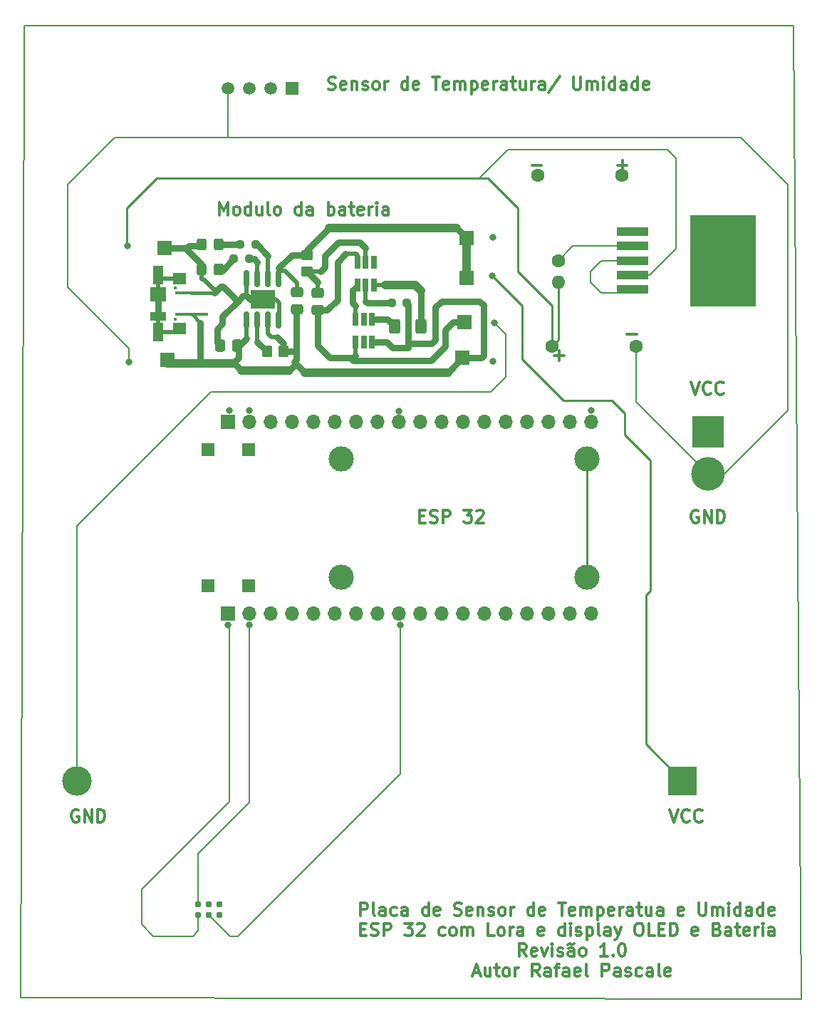
<source format=gbr>
%TF.GenerationSoftware,KiCad,Pcbnew,(6.0.4)*%
%TF.CreationDate,2022-04-06T18:33:56-03:00*%
%TF.ProjectId,LayoutPCB,4c61796f-7574-4504-9342-2e6b69636164,Rafael Pascale*%
%TF.SameCoordinates,Original*%
%TF.FileFunction,Copper,L1,Top*%
%TF.FilePolarity,Positive*%
%FSLAX46Y46*%
G04 Gerber Fmt 4.6, Leading zero omitted, Abs format (unit mm)*
G04 Created by KiCad (PCBNEW (6.0.4)) date 2022-04-06 18:33:56*
%MOMM*%
%LPD*%
G01*
G04 APERTURE LIST*
G04 Aperture macros list*
%AMRoundRect*
0 Rectangle with rounded corners*
0 $1 Rounding radius*
0 $2 $3 $4 $5 $6 $7 $8 $9 X,Y pos of 4 corners*
0 Add a 4 corners polygon primitive as box body*
4,1,4,$2,$3,$4,$5,$6,$7,$8,$9,$2,$3,0*
0 Add four circle primitives for the rounded corners*
1,1,$1+$1,$2,$3*
1,1,$1+$1,$4,$5*
1,1,$1+$1,$6,$7*
1,1,$1+$1,$8,$9*
0 Add four rect primitives between the rounded corners*
20,1,$1+$1,$2,$3,$4,$5,0*
20,1,$1+$1,$4,$5,$6,$7,0*
20,1,$1+$1,$6,$7,$8,$9,0*
20,1,$1+$1,$8,$9,$2,$3,0*%
G04 Aperture macros list end*
%ADD10C,0.300000*%
%TA.AperFunction,NonConductor*%
%ADD11C,0.300000*%
%TD*%
%TA.AperFunction,NonConductor*%
%ADD12C,0.200000*%
%TD*%
%TA.AperFunction,ComponentPad*%
%ADD13R,1.700000X1.700000*%
%TD*%
%TA.AperFunction,ComponentPad*%
%ADD14O,1.700000X1.700000*%
%TD*%
%TA.AperFunction,SMDPad,CuDef*%
%ADD15R,7.880000X10.840000*%
%TD*%
%TA.AperFunction,SMDPad,CuDef*%
%ADD16R,3.790000X0.990000*%
%TD*%
%TA.AperFunction,ComponentPad*%
%ADD17C,1.600000*%
%TD*%
%TA.AperFunction,ComponentPad*%
%ADD18O,1.600000X1.600000*%
%TD*%
%TA.AperFunction,SMDPad,CuDef*%
%ADD19R,1.700000X1.700000*%
%TD*%
%TA.AperFunction,SMDPad,CuDef*%
%ADD20RoundRect,0.237500X0.250000X0.237500X-0.250000X0.237500X-0.250000X-0.237500X0.250000X-0.237500X0*%
%TD*%
%TA.AperFunction,SMDPad,CuDef*%
%ADD21R,0.650000X1.560000*%
%TD*%
%TA.AperFunction,SMDPad,CuDef*%
%ADD22R,1.498600X1.498600*%
%TD*%
%TA.AperFunction,SMDPad,CuDef*%
%ADD23RoundRect,0.150000X0.150000X-0.825000X0.150000X0.825000X-0.150000X0.825000X-0.150000X-0.825000X0*%
%TD*%
%TA.AperFunction,SMDPad,CuDef*%
%ADD24R,3.000000X2.290000*%
%TD*%
%TA.AperFunction,SMDPad,CuDef*%
%ADD25RoundRect,0.237500X-0.250000X-0.237500X0.250000X-0.237500X0.250000X0.237500X-0.250000X0.237500X0*%
%TD*%
%TA.AperFunction,SMDPad,CuDef*%
%ADD26RoundRect,0.250000X0.400000X0.625000X-0.400000X0.625000X-0.400000X-0.625000X0.400000X-0.625000X0*%
%TD*%
%TA.AperFunction,ComponentPad*%
%ADD27C,1.500000*%
%TD*%
%TA.AperFunction,ComponentPad*%
%ADD28R,1.500000X1.500000*%
%TD*%
%TA.AperFunction,SMDPad,CuDef*%
%ADD29RoundRect,0.250000X-0.337500X-0.475000X0.337500X-0.475000X0.337500X0.475000X-0.337500X0.475000X0*%
%TD*%
%TA.AperFunction,ComponentPad*%
%ADD30C,2.997200*%
%TD*%
%TA.AperFunction,SMDPad,CuDef*%
%ADD31RoundRect,0.250000X0.325000X0.450000X-0.325000X0.450000X-0.325000X-0.450000X0.325000X-0.450000X0*%
%TD*%
%TA.AperFunction,SMDPad,CuDef*%
%ADD32RoundRect,0.250000X-0.450000X0.350000X-0.450000X-0.350000X0.450000X-0.350000X0.450000X0.350000X0*%
%TD*%
%TA.AperFunction,SMDPad,CuDef*%
%ADD33RoundRect,0.250000X-0.475000X0.337500X-0.475000X-0.337500X0.475000X-0.337500X0.475000X0.337500X0*%
%TD*%
%TA.AperFunction,SMDPad,CuDef*%
%ADD34RoundRect,0.250000X-0.350000X-0.450000X0.350000X-0.450000X0.350000X0.450000X-0.350000X0.450000X0*%
%TD*%
%TA.AperFunction,ComponentPad*%
%ADD35R,3.500000X3.500000*%
%TD*%
%TA.AperFunction,ComponentPad*%
%ADD36C,3.500000*%
%TD*%
%TA.AperFunction,ComponentPad*%
%ADD37R,3.800000X3.800000*%
%TD*%
%TA.AperFunction,ComponentPad*%
%ADD38C,4.000000*%
%TD*%
%TA.AperFunction,WasherPad*%
%ADD39C,0.450000*%
%TD*%
%TA.AperFunction,SMDPad,CuDef*%
%ADD40R,4.000000X0.450000*%
%TD*%
%TA.AperFunction,SMDPad,CuDef*%
%ADD41R,1.550000X1.425000*%
%TD*%
%TA.AperFunction,SMDPad,CuDef*%
%ADD42R,1.900000X1.800000*%
%TD*%
%TA.AperFunction,SMDPad,CuDef*%
%ADD43R,1.300000X2.300000*%
%TD*%
%TA.AperFunction,SMDPad,CuDef*%
%ADD44R,1.900000X1.000000*%
%TD*%
%TA.AperFunction,ConnectorPad*%
%ADD45C,0.787400*%
%TD*%
%TA.AperFunction,ComponentPad*%
%ADD46R,1.498600X1.498600*%
%TD*%
%TA.AperFunction,ComponentPad*%
%ADD47C,1.498600*%
%TD*%
%TA.AperFunction,ViaPad*%
%ADD48C,0.800000*%
%TD*%
%TA.AperFunction,Conductor*%
%ADD49C,0.200000*%
%TD*%
%TA.AperFunction,Conductor*%
%ADD50C,0.250000*%
%TD*%
%TA.AperFunction,Conductor*%
%ADD51C,0.800000*%
%TD*%
%TA.AperFunction,Conductor*%
%ADD52C,0.500000*%
%TD*%
%TA.AperFunction,Conductor*%
%ADD53C,1.000000*%
%TD*%
%TA.AperFunction,Conductor*%
%ADD54C,0.400000*%
%TD*%
G04 APERTURE END LIST*
D10*
D11*
X92078142Y-137518071D02*
X92078142Y-136018071D01*
X92649571Y-136018071D01*
X92792428Y-136089500D01*
X92863857Y-136160928D01*
X92935285Y-136303785D01*
X92935285Y-136518071D01*
X92863857Y-136660928D01*
X92792428Y-136732357D01*
X92649571Y-136803785D01*
X92078142Y-136803785D01*
X93792428Y-137518071D02*
X93649571Y-137446642D01*
X93578142Y-137303785D01*
X93578142Y-136018071D01*
X95006714Y-137518071D02*
X95006714Y-136732357D01*
X94935285Y-136589500D01*
X94792428Y-136518071D01*
X94506714Y-136518071D01*
X94363857Y-136589500D01*
X95006714Y-137446642D02*
X94863857Y-137518071D01*
X94506714Y-137518071D01*
X94363857Y-137446642D01*
X94292428Y-137303785D01*
X94292428Y-137160928D01*
X94363857Y-137018071D01*
X94506714Y-136946642D01*
X94863857Y-136946642D01*
X95006714Y-136875214D01*
X96363857Y-137446642D02*
X96221000Y-137518071D01*
X95935285Y-137518071D01*
X95792428Y-137446642D01*
X95721000Y-137375214D01*
X95649571Y-137232357D01*
X95649571Y-136803785D01*
X95721000Y-136660928D01*
X95792428Y-136589500D01*
X95935285Y-136518071D01*
X96221000Y-136518071D01*
X96363857Y-136589500D01*
X97649571Y-137518071D02*
X97649571Y-136732357D01*
X97578142Y-136589500D01*
X97435285Y-136518071D01*
X97149571Y-136518071D01*
X97006714Y-136589500D01*
X97649571Y-137446642D02*
X97506714Y-137518071D01*
X97149571Y-137518071D01*
X97006714Y-137446642D01*
X96935285Y-137303785D01*
X96935285Y-137160928D01*
X97006714Y-137018071D01*
X97149571Y-136946642D01*
X97506714Y-136946642D01*
X97649571Y-136875214D01*
X100149571Y-137518071D02*
X100149571Y-136018071D01*
X100149571Y-137446642D02*
X100006714Y-137518071D01*
X99721000Y-137518071D01*
X99578142Y-137446642D01*
X99506714Y-137375214D01*
X99435285Y-137232357D01*
X99435285Y-136803785D01*
X99506714Y-136660928D01*
X99578142Y-136589500D01*
X99721000Y-136518071D01*
X100006714Y-136518071D01*
X100149571Y-136589500D01*
X101435285Y-137446642D02*
X101292428Y-137518071D01*
X101006714Y-137518071D01*
X100863857Y-137446642D01*
X100792428Y-137303785D01*
X100792428Y-136732357D01*
X100863857Y-136589500D01*
X101006714Y-136518071D01*
X101292428Y-136518071D01*
X101435285Y-136589500D01*
X101506714Y-136732357D01*
X101506714Y-136875214D01*
X100792428Y-137018071D01*
X103221000Y-137446642D02*
X103435285Y-137518071D01*
X103792428Y-137518071D01*
X103935285Y-137446642D01*
X104006714Y-137375214D01*
X104078142Y-137232357D01*
X104078142Y-137089500D01*
X104006714Y-136946642D01*
X103935285Y-136875214D01*
X103792428Y-136803785D01*
X103506714Y-136732357D01*
X103363857Y-136660928D01*
X103292428Y-136589500D01*
X103221000Y-136446642D01*
X103221000Y-136303785D01*
X103292428Y-136160928D01*
X103363857Y-136089500D01*
X103506714Y-136018071D01*
X103863857Y-136018071D01*
X104078142Y-136089500D01*
X105292428Y-137446642D02*
X105149571Y-137518071D01*
X104863857Y-137518071D01*
X104721000Y-137446642D01*
X104649571Y-137303785D01*
X104649571Y-136732357D01*
X104721000Y-136589500D01*
X104863857Y-136518071D01*
X105149571Y-136518071D01*
X105292428Y-136589500D01*
X105363857Y-136732357D01*
X105363857Y-136875214D01*
X104649571Y-137018071D01*
X106006714Y-136518071D02*
X106006714Y-137518071D01*
X106006714Y-136660928D02*
X106078142Y-136589500D01*
X106221000Y-136518071D01*
X106435285Y-136518071D01*
X106578142Y-136589500D01*
X106649571Y-136732357D01*
X106649571Y-137518071D01*
X107292428Y-137446642D02*
X107435285Y-137518071D01*
X107721000Y-137518071D01*
X107863857Y-137446642D01*
X107935285Y-137303785D01*
X107935285Y-137232357D01*
X107863857Y-137089500D01*
X107721000Y-137018071D01*
X107506714Y-137018071D01*
X107363857Y-136946642D01*
X107292428Y-136803785D01*
X107292428Y-136732357D01*
X107363857Y-136589500D01*
X107506714Y-136518071D01*
X107721000Y-136518071D01*
X107863857Y-136589500D01*
X108792428Y-137518071D02*
X108649571Y-137446642D01*
X108578142Y-137375214D01*
X108506714Y-137232357D01*
X108506714Y-136803785D01*
X108578142Y-136660928D01*
X108649571Y-136589500D01*
X108792428Y-136518071D01*
X109006714Y-136518071D01*
X109149571Y-136589500D01*
X109221000Y-136660928D01*
X109292428Y-136803785D01*
X109292428Y-137232357D01*
X109221000Y-137375214D01*
X109149571Y-137446642D01*
X109006714Y-137518071D01*
X108792428Y-137518071D01*
X109935285Y-137518071D02*
X109935285Y-136518071D01*
X109935285Y-136803785D02*
X110006714Y-136660928D01*
X110078142Y-136589500D01*
X110221000Y-136518071D01*
X110363857Y-136518071D01*
X112649571Y-137518071D02*
X112649571Y-136018071D01*
X112649571Y-137446642D02*
X112506714Y-137518071D01*
X112221000Y-137518071D01*
X112078142Y-137446642D01*
X112006714Y-137375214D01*
X111935285Y-137232357D01*
X111935285Y-136803785D01*
X112006714Y-136660928D01*
X112078142Y-136589500D01*
X112221000Y-136518071D01*
X112506714Y-136518071D01*
X112649571Y-136589500D01*
X113935285Y-137446642D02*
X113792428Y-137518071D01*
X113506714Y-137518071D01*
X113363857Y-137446642D01*
X113292428Y-137303785D01*
X113292428Y-136732357D01*
X113363857Y-136589500D01*
X113506714Y-136518071D01*
X113792428Y-136518071D01*
X113935285Y-136589500D01*
X114006714Y-136732357D01*
X114006714Y-136875214D01*
X113292428Y-137018071D01*
X115578142Y-136018071D02*
X116435285Y-136018071D01*
X116006714Y-137518071D02*
X116006714Y-136018071D01*
X117506714Y-137446642D02*
X117363857Y-137518071D01*
X117078142Y-137518071D01*
X116935285Y-137446642D01*
X116863857Y-137303785D01*
X116863857Y-136732357D01*
X116935285Y-136589500D01*
X117078142Y-136518071D01*
X117363857Y-136518071D01*
X117506714Y-136589500D01*
X117578142Y-136732357D01*
X117578142Y-136875214D01*
X116863857Y-137018071D01*
X118221000Y-137518071D02*
X118221000Y-136518071D01*
X118221000Y-136660928D02*
X118292428Y-136589500D01*
X118435285Y-136518071D01*
X118649571Y-136518071D01*
X118792428Y-136589500D01*
X118863857Y-136732357D01*
X118863857Y-137518071D01*
X118863857Y-136732357D02*
X118935285Y-136589500D01*
X119078142Y-136518071D01*
X119292428Y-136518071D01*
X119435285Y-136589500D01*
X119506714Y-136732357D01*
X119506714Y-137518071D01*
X120221000Y-136518071D02*
X120221000Y-138018071D01*
X120221000Y-136589500D02*
X120363857Y-136518071D01*
X120649571Y-136518071D01*
X120792428Y-136589500D01*
X120863857Y-136660928D01*
X120935285Y-136803785D01*
X120935285Y-137232357D01*
X120863857Y-137375214D01*
X120792428Y-137446642D01*
X120649571Y-137518071D01*
X120363857Y-137518071D01*
X120221000Y-137446642D01*
X122149571Y-137446642D02*
X122006714Y-137518071D01*
X121721000Y-137518071D01*
X121578142Y-137446642D01*
X121506714Y-137303785D01*
X121506714Y-136732357D01*
X121578142Y-136589500D01*
X121721000Y-136518071D01*
X122006714Y-136518071D01*
X122149571Y-136589500D01*
X122221000Y-136732357D01*
X122221000Y-136875214D01*
X121506714Y-137018071D01*
X122863857Y-137518071D02*
X122863857Y-136518071D01*
X122863857Y-136803785D02*
X122935285Y-136660928D01*
X123006714Y-136589500D01*
X123149571Y-136518071D01*
X123292428Y-136518071D01*
X124435285Y-137518071D02*
X124435285Y-136732357D01*
X124363857Y-136589500D01*
X124221000Y-136518071D01*
X123935285Y-136518071D01*
X123792428Y-136589500D01*
X124435285Y-137446642D02*
X124292428Y-137518071D01*
X123935285Y-137518071D01*
X123792428Y-137446642D01*
X123721000Y-137303785D01*
X123721000Y-137160928D01*
X123792428Y-137018071D01*
X123935285Y-136946642D01*
X124292428Y-136946642D01*
X124435285Y-136875214D01*
X124935285Y-136518071D02*
X125506714Y-136518071D01*
X125149571Y-136018071D02*
X125149571Y-137303785D01*
X125221000Y-137446642D01*
X125363857Y-137518071D01*
X125506714Y-137518071D01*
X126649571Y-136518071D02*
X126649571Y-137518071D01*
X126006714Y-136518071D02*
X126006714Y-137303785D01*
X126078142Y-137446642D01*
X126221000Y-137518071D01*
X126435285Y-137518071D01*
X126578142Y-137446642D01*
X126649571Y-137375214D01*
X128006714Y-137518071D02*
X128006714Y-136732357D01*
X127935285Y-136589500D01*
X127792428Y-136518071D01*
X127506714Y-136518071D01*
X127363857Y-136589500D01*
X128006714Y-137446642D02*
X127863857Y-137518071D01*
X127506714Y-137518071D01*
X127363857Y-137446642D01*
X127292428Y-137303785D01*
X127292428Y-137160928D01*
X127363857Y-137018071D01*
X127506714Y-136946642D01*
X127863857Y-136946642D01*
X128006714Y-136875214D01*
X130435285Y-137446642D02*
X130292428Y-137518071D01*
X130006714Y-137518071D01*
X129863857Y-137446642D01*
X129792428Y-137303785D01*
X129792428Y-136732357D01*
X129863857Y-136589500D01*
X130006714Y-136518071D01*
X130292428Y-136518071D01*
X130435285Y-136589500D01*
X130506714Y-136732357D01*
X130506714Y-136875214D01*
X129792428Y-137018071D01*
X132292428Y-136018071D02*
X132292428Y-137232357D01*
X132363857Y-137375214D01*
X132435285Y-137446642D01*
X132578142Y-137518071D01*
X132863857Y-137518071D01*
X133006714Y-137446642D01*
X133078142Y-137375214D01*
X133149571Y-137232357D01*
X133149571Y-136018071D01*
X133863857Y-137518071D02*
X133863857Y-136518071D01*
X133863857Y-136660928D02*
X133935285Y-136589500D01*
X134078142Y-136518071D01*
X134292428Y-136518071D01*
X134435285Y-136589500D01*
X134506714Y-136732357D01*
X134506714Y-137518071D01*
X134506714Y-136732357D02*
X134578142Y-136589500D01*
X134721000Y-136518071D01*
X134935285Y-136518071D01*
X135078142Y-136589500D01*
X135149571Y-136732357D01*
X135149571Y-137518071D01*
X135863857Y-137518071D02*
X135863857Y-136518071D01*
X135863857Y-136018071D02*
X135792428Y-136089500D01*
X135863857Y-136160928D01*
X135935285Y-136089500D01*
X135863857Y-136018071D01*
X135863857Y-136160928D01*
X137221000Y-137518071D02*
X137221000Y-136018071D01*
X137221000Y-137446642D02*
X137078142Y-137518071D01*
X136792428Y-137518071D01*
X136649571Y-137446642D01*
X136578142Y-137375214D01*
X136506714Y-137232357D01*
X136506714Y-136803785D01*
X136578142Y-136660928D01*
X136649571Y-136589500D01*
X136792428Y-136518071D01*
X137078142Y-136518071D01*
X137221000Y-136589500D01*
X138578142Y-137518071D02*
X138578142Y-136732357D01*
X138506714Y-136589500D01*
X138363857Y-136518071D01*
X138078142Y-136518071D01*
X137935285Y-136589500D01*
X138578142Y-137446642D02*
X138435285Y-137518071D01*
X138078142Y-137518071D01*
X137935285Y-137446642D01*
X137863857Y-137303785D01*
X137863857Y-137160928D01*
X137935285Y-137018071D01*
X138078142Y-136946642D01*
X138435285Y-136946642D01*
X138578142Y-136875214D01*
X139935285Y-137518071D02*
X139935285Y-136018071D01*
X139935285Y-137446642D02*
X139792428Y-137518071D01*
X139506714Y-137518071D01*
X139363857Y-137446642D01*
X139292428Y-137375214D01*
X139221000Y-137232357D01*
X139221000Y-136803785D01*
X139292428Y-136660928D01*
X139363857Y-136589500D01*
X139506714Y-136518071D01*
X139792428Y-136518071D01*
X139935285Y-136589500D01*
X141221000Y-137446642D02*
X141078142Y-137518071D01*
X140792428Y-137518071D01*
X140649571Y-137446642D01*
X140578142Y-137303785D01*
X140578142Y-136732357D01*
X140649571Y-136589500D01*
X140792428Y-136518071D01*
X141078142Y-136518071D01*
X141221000Y-136589500D01*
X141292428Y-136732357D01*
X141292428Y-136875214D01*
X140578142Y-137018071D01*
X92042428Y-139147357D02*
X92542428Y-139147357D01*
X92756714Y-139933071D02*
X92042428Y-139933071D01*
X92042428Y-138433071D01*
X92756714Y-138433071D01*
X93328142Y-139861642D02*
X93542428Y-139933071D01*
X93899571Y-139933071D01*
X94042428Y-139861642D01*
X94113857Y-139790214D01*
X94185285Y-139647357D01*
X94185285Y-139504500D01*
X94113857Y-139361642D01*
X94042428Y-139290214D01*
X93899571Y-139218785D01*
X93613857Y-139147357D01*
X93471000Y-139075928D01*
X93399571Y-139004500D01*
X93328142Y-138861642D01*
X93328142Y-138718785D01*
X93399571Y-138575928D01*
X93471000Y-138504500D01*
X93613857Y-138433071D01*
X93971000Y-138433071D01*
X94185285Y-138504500D01*
X94828142Y-139933071D02*
X94828142Y-138433071D01*
X95399571Y-138433071D01*
X95542428Y-138504500D01*
X95613857Y-138575928D01*
X95685285Y-138718785D01*
X95685285Y-138933071D01*
X95613857Y-139075928D01*
X95542428Y-139147357D01*
X95399571Y-139218785D01*
X94828142Y-139218785D01*
X97328142Y-138433071D02*
X98256714Y-138433071D01*
X97756714Y-139004500D01*
X97971000Y-139004500D01*
X98113857Y-139075928D01*
X98185285Y-139147357D01*
X98256714Y-139290214D01*
X98256714Y-139647357D01*
X98185285Y-139790214D01*
X98113857Y-139861642D01*
X97971000Y-139933071D01*
X97542428Y-139933071D01*
X97399571Y-139861642D01*
X97328142Y-139790214D01*
X98828142Y-138575928D02*
X98899571Y-138504500D01*
X99042428Y-138433071D01*
X99399571Y-138433071D01*
X99542428Y-138504500D01*
X99613857Y-138575928D01*
X99685285Y-138718785D01*
X99685285Y-138861642D01*
X99613857Y-139075928D01*
X98756714Y-139933071D01*
X99685285Y-139933071D01*
X102113857Y-139861642D02*
X101971000Y-139933071D01*
X101685285Y-139933071D01*
X101542428Y-139861642D01*
X101471000Y-139790214D01*
X101399571Y-139647357D01*
X101399571Y-139218785D01*
X101471000Y-139075928D01*
X101542428Y-139004500D01*
X101685285Y-138933071D01*
X101971000Y-138933071D01*
X102113857Y-139004500D01*
X102971000Y-139933071D02*
X102828142Y-139861642D01*
X102756714Y-139790214D01*
X102685285Y-139647357D01*
X102685285Y-139218785D01*
X102756714Y-139075928D01*
X102828142Y-139004500D01*
X102971000Y-138933071D01*
X103185285Y-138933071D01*
X103328142Y-139004500D01*
X103399571Y-139075928D01*
X103471000Y-139218785D01*
X103471000Y-139647357D01*
X103399571Y-139790214D01*
X103328142Y-139861642D01*
X103185285Y-139933071D01*
X102971000Y-139933071D01*
X104113857Y-139933071D02*
X104113857Y-138933071D01*
X104113857Y-139075928D02*
X104185285Y-139004500D01*
X104328142Y-138933071D01*
X104542428Y-138933071D01*
X104685285Y-139004500D01*
X104756714Y-139147357D01*
X104756714Y-139933071D01*
X104756714Y-139147357D02*
X104828142Y-139004500D01*
X104971000Y-138933071D01*
X105185285Y-138933071D01*
X105328142Y-139004500D01*
X105399571Y-139147357D01*
X105399571Y-139933071D01*
X107971000Y-139933071D02*
X107256714Y-139933071D01*
X107256714Y-138433071D01*
X108685285Y-139933071D02*
X108542428Y-139861642D01*
X108471000Y-139790214D01*
X108399571Y-139647357D01*
X108399571Y-139218785D01*
X108471000Y-139075928D01*
X108542428Y-139004500D01*
X108685285Y-138933071D01*
X108899571Y-138933071D01*
X109042428Y-139004500D01*
X109113857Y-139075928D01*
X109185285Y-139218785D01*
X109185285Y-139647357D01*
X109113857Y-139790214D01*
X109042428Y-139861642D01*
X108899571Y-139933071D01*
X108685285Y-139933071D01*
X109828142Y-139933071D02*
X109828142Y-138933071D01*
X109828142Y-139218785D02*
X109899571Y-139075928D01*
X109971000Y-139004500D01*
X110113857Y-138933071D01*
X110256714Y-138933071D01*
X111399571Y-139933071D02*
X111399571Y-139147357D01*
X111328142Y-139004500D01*
X111185285Y-138933071D01*
X110899571Y-138933071D01*
X110756714Y-139004500D01*
X111399571Y-139861642D02*
X111256714Y-139933071D01*
X110899571Y-139933071D01*
X110756714Y-139861642D01*
X110685285Y-139718785D01*
X110685285Y-139575928D01*
X110756714Y-139433071D01*
X110899571Y-139361642D01*
X111256714Y-139361642D01*
X111399571Y-139290214D01*
X113828142Y-139861642D02*
X113685285Y-139933071D01*
X113399571Y-139933071D01*
X113256714Y-139861642D01*
X113185285Y-139718785D01*
X113185285Y-139147357D01*
X113256714Y-139004500D01*
X113399571Y-138933071D01*
X113685285Y-138933071D01*
X113828142Y-139004500D01*
X113899571Y-139147357D01*
X113899571Y-139290214D01*
X113185285Y-139433071D01*
X116328142Y-139933071D02*
X116328142Y-138433071D01*
X116328142Y-139861642D02*
X116185285Y-139933071D01*
X115899571Y-139933071D01*
X115756714Y-139861642D01*
X115685285Y-139790214D01*
X115613857Y-139647357D01*
X115613857Y-139218785D01*
X115685285Y-139075928D01*
X115756714Y-139004500D01*
X115899571Y-138933071D01*
X116185285Y-138933071D01*
X116328142Y-139004500D01*
X117042428Y-139933071D02*
X117042428Y-138933071D01*
X117042428Y-138433071D02*
X116971000Y-138504500D01*
X117042428Y-138575928D01*
X117113857Y-138504500D01*
X117042428Y-138433071D01*
X117042428Y-138575928D01*
X117685285Y-139861642D02*
X117828142Y-139933071D01*
X118113857Y-139933071D01*
X118256714Y-139861642D01*
X118328142Y-139718785D01*
X118328142Y-139647357D01*
X118256714Y-139504500D01*
X118113857Y-139433071D01*
X117899571Y-139433071D01*
X117756714Y-139361642D01*
X117685285Y-139218785D01*
X117685285Y-139147357D01*
X117756714Y-139004500D01*
X117899571Y-138933071D01*
X118113857Y-138933071D01*
X118256714Y-139004500D01*
X118971000Y-138933071D02*
X118971000Y-140433071D01*
X118971000Y-139004500D02*
X119113857Y-138933071D01*
X119399571Y-138933071D01*
X119542428Y-139004500D01*
X119613857Y-139075928D01*
X119685285Y-139218785D01*
X119685285Y-139647357D01*
X119613857Y-139790214D01*
X119542428Y-139861642D01*
X119399571Y-139933071D01*
X119113857Y-139933071D01*
X118971000Y-139861642D01*
X120542428Y-139933071D02*
X120399571Y-139861642D01*
X120328142Y-139718785D01*
X120328142Y-138433071D01*
X121756714Y-139933071D02*
X121756714Y-139147357D01*
X121685285Y-139004500D01*
X121542428Y-138933071D01*
X121256714Y-138933071D01*
X121113857Y-139004500D01*
X121756714Y-139861642D02*
X121613857Y-139933071D01*
X121256714Y-139933071D01*
X121113857Y-139861642D01*
X121042428Y-139718785D01*
X121042428Y-139575928D01*
X121113857Y-139433071D01*
X121256714Y-139361642D01*
X121613857Y-139361642D01*
X121756714Y-139290214D01*
X122328142Y-138933071D02*
X122685285Y-139933071D01*
X123042428Y-138933071D02*
X122685285Y-139933071D01*
X122542428Y-140290214D01*
X122471000Y-140361642D01*
X122328142Y-140433071D01*
X125042428Y-138433071D02*
X125328142Y-138433071D01*
X125471000Y-138504500D01*
X125613857Y-138647357D01*
X125685285Y-138933071D01*
X125685285Y-139433071D01*
X125613857Y-139718785D01*
X125471000Y-139861642D01*
X125328142Y-139933071D01*
X125042428Y-139933071D01*
X124899571Y-139861642D01*
X124756714Y-139718785D01*
X124685285Y-139433071D01*
X124685285Y-138933071D01*
X124756714Y-138647357D01*
X124899571Y-138504500D01*
X125042428Y-138433071D01*
X127042428Y-139933071D02*
X126328142Y-139933071D01*
X126328142Y-138433071D01*
X127542428Y-139147357D02*
X128042428Y-139147357D01*
X128256714Y-139933071D02*
X127542428Y-139933071D01*
X127542428Y-138433071D01*
X128256714Y-138433071D01*
X128899571Y-139933071D02*
X128899571Y-138433071D01*
X129256714Y-138433071D01*
X129471000Y-138504500D01*
X129613857Y-138647357D01*
X129685285Y-138790214D01*
X129756714Y-139075928D01*
X129756714Y-139290214D01*
X129685285Y-139575928D01*
X129613857Y-139718785D01*
X129471000Y-139861642D01*
X129256714Y-139933071D01*
X128899571Y-139933071D01*
X132113857Y-139861642D02*
X131971000Y-139933071D01*
X131685285Y-139933071D01*
X131542428Y-139861642D01*
X131471000Y-139718785D01*
X131471000Y-139147357D01*
X131542428Y-139004500D01*
X131685285Y-138933071D01*
X131971000Y-138933071D01*
X132113857Y-139004500D01*
X132185285Y-139147357D01*
X132185285Y-139290214D01*
X131471000Y-139433071D01*
X134471000Y-139147357D02*
X134685285Y-139218785D01*
X134756714Y-139290214D01*
X134828142Y-139433071D01*
X134828142Y-139647357D01*
X134756714Y-139790214D01*
X134685285Y-139861642D01*
X134542428Y-139933071D01*
X133971000Y-139933071D01*
X133971000Y-138433071D01*
X134471000Y-138433071D01*
X134613857Y-138504500D01*
X134685285Y-138575928D01*
X134756714Y-138718785D01*
X134756714Y-138861642D01*
X134685285Y-139004500D01*
X134613857Y-139075928D01*
X134471000Y-139147357D01*
X133971000Y-139147357D01*
X136113857Y-139933071D02*
X136113857Y-139147357D01*
X136042428Y-139004500D01*
X135899571Y-138933071D01*
X135613857Y-138933071D01*
X135471000Y-139004500D01*
X136113857Y-139861642D02*
X135971000Y-139933071D01*
X135613857Y-139933071D01*
X135471000Y-139861642D01*
X135399571Y-139718785D01*
X135399571Y-139575928D01*
X135471000Y-139433071D01*
X135613857Y-139361642D01*
X135971000Y-139361642D01*
X136113857Y-139290214D01*
X136613857Y-138933071D02*
X137185285Y-138933071D01*
X136828142Y-138433071D02*
X136828142Y-139718785D01*
X136899571Y-139861642D01*
X137042428Y-139933071D01*
X137185285Y-139933071D01*
X138256714Y-139861642D02*
X138113857Y-139933071D01*
X137828142Y-139933071D01*
X137685285Y-139861642D01*
X137613857Y-139718785D01*
X137613857Y-139147357D01*
X137685285Y-139004500D01*
X137828142Y-138933071D01*
X138113857Y-138933071D01*
X138256714Y-139004500D01*
X138328142Y-139147357D01*
X138328142Y-139290214D01*
X137613857Y-139433071D01*
X138971000Y-139933071D02*
X138971000Y-138933071D01*
X138971000Y-139218785D02*
X139042428Y-139075928D01*
X139113857Y-139004500D01*
X139256714Y-138933071D01*
X139399571Y-138933071D01*
X139899571Y-139933071D02*
X139899571Y-138933071D01*
X139899571Y-138433071D02*
X139828142Y-138504500D01*
X139899571Y-138575928D01*
X139971000Y-138504500D01*
X139899571Y-138433071D01*
X139899571Y-138575928D01*
X141256714Y-139933071D02*
X141256714Y-139147357D01*
X141185285Y-139004500D01*
X141042428Y-138933071D01*
X140756714Y-138933071D01*
X140613857Y-139004500D01*
X141256714Y-139861642D02*
X141113857Y-139933071D01*
X140756714Y-139933071D01*
X140613857Y-139861642D01*
X140542428Y-139718785D01*
X140542428Y-139575928D01*
X140613857Y-139433071D01*
X140756714Y-139361642D01*
X141113857Y-139361642D01*
X141256714Y-139290214D01*
X111792428Y-142348071D02*
X111292428Y-141633785D01*
X110935285Y-142348071D02*
X110935285Y-140848071D01*
X111506714Y-140848071D01*
X111649571Y-140919500D01*
X111721000Y-140990928D01*
X111792428Y-141133785D01*
X111792428Y-141348071D01*
X111721000Y-141490928D01*
X111649571Y-141562357D01*
X111506714Y-141633785D01*
X110935285Y-141633785D01*
X113006714Y-142276642D02*
X112863857Y-142348071D01*
X112578142Y-142348071D01*
X112435285Y-142276642D01*
X112363857Y-142133785D01*
X112363857Y-141562357D01*
X112435285Y-141419500D01*
X112578142Y-141348071D01*
X112863857Y-141348071D01*
X113006714Y-141419500D01*
X113078142Y-141562357D01*
X113078142Y-141705214D01*
X112363857Y-141848071D01*
X113578142Y-141348071D02*
X113935285Y-142348071D01*
X114292428Y-141348071D01*
X114863857Y-142348071D02*
X114863857Y-141348071D01*
X114863857Y-140848071D02*
X114792428Y-140919500D01*
X114863857Y-140990928D01*
X114935285Y-140919500D01*
X114863857Y-140848071D01*
X114863857Y-140990928D01*
X115506714Y-142276642D02*
X115649571Y-142348071D01*
X115935285Y-142348071D01*
X116078142Y-142276642D01*
X116149571Y-142133785D01*
X116149571Y-142062357D01*
X116078142Y-141919500D01*
X115935285Y-141848071D01*
X115721000Y-141848071D01*
X115578142Y-141776642D01*
X115506714Y-141633785D01*
X115506714Y-141562357D01*
X115578142Y-141419500D01*
X115721000Y-141348071D01*
X115935285Y-141348071D01*
X116078142Y-141419500D01*
X117435285Y-142348071D02*
X117435285Y-141562357D01*
X117363857Y-141419500D01*
X117221000Y-141348071D01*
X116935285Y-141348071D01*
X116792428Y-141419500D01*
X117435285Y-142276642D02*
X117292428Y-142348071D01*
X116935285Y-142348071D01*
X116792428Y-142276642D01*
X116721000Y-142133785D01*
X116721000Y-141990928D01*
X116792428Y-141848071D01*
X116935285Y-141776642D01*
X117292428Y-141776642D01*
X117435285Y-141705214D01*
X116721000Y-140990928D02*
X116792428Y-140919500D01*
X116935285Y-140848071D01*
X117221000Y-140990928D01*
X117363857Y-140919500D01*
X117435285Y-140848071D01*
X118363857Y-142348071D02*
X118221000Y-142276642D01*
X118149571Y-142205214D01*
X118078142Y-142062357D01*
X118078142Y-141633785D01*
X118149571Y-141490928D01*
X118221000Y-141419500D01*
X118363857Y-141348071D01*
X118578142Y-141348071D01*
X118721000Y-141419500D01*
X118792428Y-141490928D01*
X118863857Y-141633785D01*
X118863857Y-142062357D01*
X118792428Y-142205214D01*
X118721000Y-142276642D01*
X118578142Y-142348071D01*
X118363857Y-142348071D01*
X121435285Y-142348071D02*
X120578142Y-142348071D01*
X121006714Y-142348071D02*
X121006714Y-140848071D01*
X120863857Y-141062357D01*
X120721000Y-141205214D01*
X120578142Y-141276642D01*
X122078142Y-142205214D02*
X122149571Y-142276642D01*
X122078142Y-142348071D01*
X122006714Y-142276642D01*
X122078142Y-142205214D01*
X122078142Y-142348071D01*
X123078142Y-140848071D02*
X123221000Y-140848071D01*
X123363857Y-140919500D01*
X123435285Y-140990928D01*
X123506714Y-141133785D01*
X123578142Y-141419500D01*
X123578142Y-141776642D01*
X123506714Y-142062357D01*
X123435285Y-142205214D01*
X123363857Y-142276642D01*
X123221000Y-142348071D01*
X123078142Y-142348071D01*
X122935285Y-142276642D01*
X122863857Y-142205214D01*
X122792428Y-142062357D01*
X122721000Y-141776642D01*
X122721000Y-141419500D01*
X122792428Y-141133785D01*
X122863857Y-140990928D01*
X122935285Y-140919500D01*
X123078142Y-140848071D01*
X105506714Y-144334500D02*
X106221000Y-144334500D01*
X105363857Y-144763071D02*
X105863857Y-143263071D01*
X106363857Y-144763071D01*
X107506714Y-143763071D02*
X107506714Y-144763071D01*
X106863857Y-143763071D02*
X106863857Y-144548785D01*
X106935285Y-144691642D01*
X107078142Y-144763071D01*
X107292428Y-144763071D01*
X107435285Y-144691642D01*
X107506714Y-144620214D01*
X108006714Y-143763071D02*
X108578142Y-143763071D01*
X108221000Y-143263071D02*
X108221000Y-144548785D01*
X108292428Y-144691642D01*
X108435285Y-144763071D01*
X108578142Y-144763071D01*
X109292428Y-144763071D02*
X109149571Y-144691642D01*
X109078142Y-144620214D01*
X109006714Y-144477357D01*
X109006714Y-144048785D01*
X109078142Y-143905928D01*
X109149571Y-143834500D01*
X109292428Y-143763071D01*
X109506714Y-143763071D01*
X109649571Y-143834500D01*
X109721000Y-143905928D01*
X109792428Y-144048785D01*
X109792428Y-144477357D01*
X109721000Y-144620214D01*
X109649571Y-144691642D01*
X109506714Y-144763071D01*
X109292428Y-144763071D01*
X110435285Y-144763071D02*
X110435285Y-143763071D01*
X110435285Y-144048785D02*
X110506714Y-143905928D01*
X110578142Y-143834500D01*
X110721000Y-143763071D01*
X110863857Y-143763071D01*
X113363857Y-144763071D02*
X112863857Y-144048785D01*
X112506714Y-144763071D02*
X112506714Y-143263071D01*
X113078142Y-143263071D01*
X113221000Y-143334500D01*
X113292428Y-143405928D01*
X113363857Y-143548785D01*
X113363857Y-143763071D01*
X113292428Y-143905928D01*
X113221000Y-143977357D01*
X113078142Y-144048785D01*
X112506714Y-144048785D01*
X114649571Y-144763071D02*
X114649571Y-143977357D01*
X114578142Y-143834500D01*
X114435285Y-143763071D01*
X114149571Y-143763071D01*
X114006714Y-143834500D01*
X114649571Y-144691642D02*
X114506714Y-144763071D01*
X114149571Y-144763071D01*
X114006714Y-144691642D01*
X113935285Y-144548785D01*
X113935285Y-144405928D01*
X114006714Y-144263071D01*
X114149571Y-144191642D01*
X114506714Y-144191642D01*
X114649571Y-144120214D01*
X115149571Y-143763071D02*
X115721000Y-143763071D01*
X115363857Y-144763071D02*
X115363857Y-143477357D01*
X115435285Y-143334500D01*
X115578142Y-143263071D01*
X115721000Y-143263071D01*
X116863857Y-144763071D02*
X116863857Y-143977357D01*
X116792428Y-143834500D01*
X116649571Y-143763071D01*
X116363857Y-143763071D01*
X116221000Y-143834500D01*
X116863857Y-144691642D02*
X116721000Y-144763071D01*
X116363857Y-144763071D01*
X116221000Y-144691642D01*
X116149571Y-144548785D01*
X116149571Y-144405928D01*
X116221000Y-144263071D01*
X116363857Y-144191642D01*
X116721000Y-144191642D01*
X116863857Y-144120214D01*
X118149571Y-144691642D02*
X118006714Y-144763071D01*
X117721000Y-144763071D01*
X117578142Y-144691642D01*
X117506714Y-144548785D01*
X117506714Y-143977357D01*
X117578142Y-143834500D01*
X117721000Y-143763071D01*
X118006714Y-143763071D01*
X118149571Y-143834500D01*
X118221000Y-143977357D01*
X118221000Y-144120214D01*
X117506714Y-144263071D01*
X119078142Y-144763071D02*
X118935285Y-144691642D01*
X118863857Y-144548785D01*
X118863857Y-143263071D01*
X120792428Y-144763071D02*
X120792428Y-143263071D01*
X121363857Y-143263071D01*
X121506714Y-143334500D01*
X121578142Y-143405928D01*
X121649571Y-143548785D01*
X121649571Y-143763071D01*
X121578142Y-143905928D01*
X121506714Y-143977357D01*
X121363857Y-144048785D01*
X120792428Y-144048785D01*
X122935285Y-144763071D02*
X122935285Y-143977357D01*
X122863857Y-143834500D01*
X122721000Y-143763071D01*
X122435285Y-143763071D01*
X122292428Y-143834500D01*
X122935285Y-144691642D02*
X122792428Y-144763071D01*
X122435285Y-144763071D01*
X122292428Y-144691642D01*
X122221000Y-144548785D01*
X122221000Y-144405928D01*
X122292428Y-144263071D01*
X122435285Y-144191642D01*
X122792428Y-144191642D01*
X122935285Y-144120214D01*
X123578142Y-144691642D02*
X123721000Y-144763071D01*
X124006714Y-144763071D01*
X124149571Y-144691642D01*
X124221000Y-144548785D01*
X124221000Y-144477357D01*
X124149571Y-144334500D01*
X124006714Y-144263071D01*
X123792428Y-144263071D01*
X123649571Y-144191642D01*
X123578142Y-144048785D01*
X123578142Y-143977357D01*
X123649571Y-143834500D01*
X123792428Y-143763071D01*
X124006714Y-143763071D01*
X124149571Y-143834500D01*
X125506714Y-144691642D02*
X125363857Y-144763071D01*
X125078142Y-144763071D01*
X124935285Y-144691642D01*
X124863857Y-144620214D01*
X124792428Y-144477357D01*
X124792428Y-144048785D01*
X124863857Y-143905928D01*
X124935285Y-143834500D01*
X125078142Y-143763071D01*
X125363857Y-143763071D01*
X125506714Y-143834500D01*
X126792428Y-144763071D02*
X126792428Y-143977357D01*
X126721000Y-143834500D01*
X126578142Y-143763071D01*
X126292428Y-143763071D01*
X126149571Y-143834500D01*
X126792428Y-144691642D02*
X126649571Y-144763071D01*
X126292428Y-144763071D01*
X126149571Y-144691642D01*
X126078142Y-144548785D01*
X126078142Y-144405928D01*
X126149571Y-144263071D01*
X126292428Y-144191642D01*
X126649571Y-144191642D01*
X126792428Y-144120214D01*
X127721000Y-144763071D02*
X127578142Y-144691642D01*
X127506714Y-144548785D01*
X127506714Y-143263071D01*
X128863857Y-144691642D02*
X128721000Y-144763071D01*
X128435285Y-144763071D01*
X128292428Y-144691642D01*
X128221000Y-144548785D01*
X128221000Y-143977357D01*
X128292428Y-143834500D01*
X128435285Y-143763071D01*
X128721000Y-143763071D01*
X128863857Y-143834500D01*
X128935285Y-143977357D01*
X128935285Y-144120214D01*
X128221000Y-144263071D01*
D10*
D11*
X88243571Y-39342142D02*
X88457857Y-39413571D01*
X88814999Y-39413571D01*
X88957857Y-39342142D01*
X89029285Y-39270714D01*
X89100714Y-39127857D01*
X89100714Y-38985000D01*
X89029285Y-38842142D01*
X88957857Y-38770714D01*
X88814999Y-38699285D01*
X88529285Y-38627857D01*
X88386428Y-38556428D01*
X88314999Y-38485000D01*
X88243571Y-38342142D01*
X88243571Y-38199285D01*
X88314999Y-38056428D01*
X88386428Y-37985000D01*
X88529285Y-37913571D01*
X88886428Y-37913571D01*
X89100714Y-37985000D01*
X90314999Y-39342142D02*
X90172142Y-39413571D01*
X89886428Y-39413571D01*
X89743571Y-39342142D01*
X89672142Y-39199285D01*
X89672142Y-38627857D01*
X89743571Y-38485000D01*
X89886428Y-38413571D01*
X90172142Y-38413571D01*
X90314999Y-38485000D01*
X90386428Y-38627857D01*
X90386428Y-38770714D01*
X89672142Y-38913571D01*
X91029285Y-38413571D02*
X91029285Y-39413571D01*
X91029285Y-38556428D02*
X91100714Y-38485000D01*
X91243571Y-38413571D01*
X91457857Y-38413571D01*
X91600714Y-38485000D01*
X91672142Y-38627857D01*
X91672142Y-39413571D01*
X92314999Y-39342142D02*
X92457857Y-39413571D01*
X92743571Y-39413571D01*
X92886428Y-39342142D01*
X92957857Y-39199285D01*
X92957857Y-39127857D01*
X92886428Y-38985000D01*
X92743571Y-38913571D01*
X92529285Y-38913571D01*
X92386428Y-38842142D01*
X92314999Y-38699285D01*
X92314999Y-38627857D01*
X92386428Y-38485000D01*
X92529285Y-38413571D01*
X92743571Y-38413571D01*
X92886428Y-38485000D01*
X93814999Y-39413571D02*
X93672142Y-39342142D01*
X93600714Y-39270714D01*
X93529285Y-39127857D01*
X93529285Y-38699285D01*
X93600714Y-38556428D01*
X93672142Y-38485000D01*
X93814999Y-38413571D01*
X94029285Y-38413571D01*
X94172142Y-38485000D01*
X94243571Y-38556428D01*
X94314999Y-38699285D01*
X94314999Y-39127857D01*
X94243571Y-39270714D01*
X94172142Y-39342142D01*
X94029285Y-39413571D01*
X93814999Y-39413571D01*
X94957857Y-39413571D02*
X94957857Y-38413571D01*
X94957857Y-38699285D02*
X95029285Y-38556428D01*
X95100714Y-38485000D01*
X95243571Y-38413571D01*
X95386428Y-38413571D01*
X97672142Y-39413571D02*
X97672142Y-37913571D01*
X97672142Y-39342142D02*
X97529285Y-39413571D01*
X97243571Y-39413571D01*
X97100714Y-39342142D01*
X97029285Y-39270714D01*
X96957857Y-39127857D01*
X96957857Y-38699285D01*
X97029285Y-38556428D01*
X97100714Y-38485000D01*
X97243571Y-38413571D01*
X97529285Y-38413571D01*
X97672142Y-38485000D01*
X98957857Y-39342142D02*
X98814999Y-39413571D01*
X98529285Y-39413571D01*
X98386428Y-39342142D01*
X98314999Y-39199285D01*
X98314999Y-38627857D01*
X98386428Y-38485000D01*
X98529285Y-38413571D01*
X98814999Y-38413571D01*
X98957857Y-38485000D01*
X99029285Y-38627857D01*
X99029285Y-38770714D01*
X98314999Y-38913571D01*
X100600714Y-37913571D02*
X101457857Y-37913571D01*
X101029285Y-39413571D02*
X101029285Y-37913571D01*
X102529285Y-39342142D02*
X102386428Y-39413571D01*
X102100714Y-39413571D01*
X101957857Y-39342142D01*
X101886428Y-39199285D01*
X101886428Y-38627857D01*
X101957857Y-38485000D01*
X102100714Y-38413571D01*
X102386428Y-38413571D01*
X102529285Y-38485000D01*
X102600714Y-38627857D01*
X102600714Y-38770714D01*
X101886428Y-38913571D01*
X103243571Y-39413571D02*
X103243571Y-38413571D01*
X103243571Y-38556428D02*
X103314999Y-38485000D01*
X103457857Y-38413571D01*
X103672142Y-38413571D01*
X103814999Y-38485000D01*
X103886428Y-38627857D01*
X103886428Y-39413571D01*
X103886428Y-38627857D02*
X103957857Y-38485000D01*
X104100714Y-38413571D01*
X104314999Y-38413571D01*
X104457857Y-38485000D01*
X104529285Y-38627857D01*
X104529285Y-39413571D01*
X105243571Y-38413571D02*
X105243571Y-39913571D01*
X105243571Y-38485000D02*
X105386428Y-38413571D01*
X105672142Y-38413571D01*
X105814999Y-38485000D01*
X105886428Y-38556428D01*
X105957857Y-38699285D01*
X105957857Y-39127857D01*
X105886428Y-39270714D01*
X105814999Y-39342142D01*
X105672142Y-39413571D01*
X105386428Y-39413571D01*
X105243571Y-39342142D01*
X107172142Y-39342142D02*
X107029285Y-39413571D01*
X106743571Y-39413571D01*
X106600714Y-39342142D01*
X106529285Y-39199285D01*
X106529285Y-38627857D01*
X106600714Y-38485000D01*
X106743571Y-38413571D01*
X107029285Y-38413571D01*
X107172142Y-38485000D01*
X107243571Y-38627857D01*
X107243571Y-38770714D01*
X106529285Y-38913571D01*
X107886428Y-39413571D02*
X107886428Y-38413571D01*
X107886428Y-38699285D02*
X107957857Y-38556428D01*
X108029285Y-38485000D01*
X108172142Y-38413571D01*
X108315000Y-38413571D01*
X109457857Y-39413571D02*
X109457857Y-38627857D01*
X109386428Y-38485000D01*
X109243571Y-38413571D01*
X108957857Y-38413571D01*
X108815000Y-38485000D01*
X109457857Y-39342142D02*
X109315000Y-39413571D01*
X108957857Y-39413571D01*
X108815000Y-39342142D01*
X108743571Y-39199285D01*
X108743571Y-39056428D01*
X108815000Y-38913571D01*
X108957857Y-38842142D01*
X109315000Y-38842142D01*
X109457857Y-38770714D01*
X109957857Y-38413571D02*
X110529285Y-38413571D01*
X110172142Y-37913571D02*
X110172142Y-39199285D01*
X110243571Y-39342142D01*
X110386428Y-39413571D01*
X110529285Y-39413571D01*
X111672142Y-38413571D02*
X111672142Y-39413571D01*
X111029285Y-38413571D02*
X111029285Y-39199285D01*
X111100714Y-39342142D01*
X111243571Y-39413571D01*
X111457857Y-39413571D01*
X111600714Y-39342142D01*
X111672142Y-39270714D01*
X112386428Y-39413571D02*
X112386428Y-38413571D01*
X112386428Y-38699285D02*
X112457857Y-38556428D01*
X112529285Y-38485000D01*
X112672142Y-38413571D01*
X112815000Y-38413571D01*
X113957857Y-39413571D02*
X113957857Y-38627857D01*
X113886428Y-38485000D01*
X113743571Y-38413571D01*
X113457857Y-38413571D01*
X113315000Y-38485000D01*
X113957857Y-39342142D02*
X113815000Y-39413571D01*
X113457857Y-39413571D01*
X113315000Y-39342142D01*
X113243571Y-39199285D01*
X113243571Y-39056428D01*
X113315000Y-38913571D01*
X113457857Y-38842142D01*
X113815000Y-38842142D01*
X113957857Y-38770714D01*
X115743571Y-37842142D02*
X114457857Y-39770714D01*
X117386428Y-37913571D02*
X117386428Y-39127857D01*
X117457857Y-39270714D01*
X117529285Y-39342142D01*
X117672142Y-39413571D01*
X117957857Y-39413571D01*
X118100714Y-39342142D01*
X118172142Y-39270714D01*
X118243571Y-39127857D01*
X118243571Y-37913571D01*
X118957857Y-39413571D02*
X118957857Y-38413571D01*
X118957857Y-38556428D02*
X119029285Y-38485000D01*
X119172142Y-38413571D01*
X119386428Y-38413571D01*
X119529285Y-38485000D01*
X119600714Y-38627857D01*
X119600714Y-39413571D01*
X119600714Y-38627857D02*
X119672142Y-38485000D01*
X119815000Y-38413571D01*
X120029285Y-38413571D01*
X120172142Y-38485000D01*
X120243571Y-38627857D01*
X120243571Y-39413571D01*
X120957857Y-39413571D02*
X120957857Y-38413571D01*
X120957857Y-37913571D02*
X120886428Y-37985000D01*
X120957857Y-38056428D01*
X121029285Y-37985000D01*
X120957857Y-37913571D01*
X120957857Y-38056428D01*
X122315000Y-39413571D02*
X122315000Y-37913571D01*
X122315000Y-39342142D02*
X122172142Y-39413571D01*
X121886428Y-39413571D01*
X121743571Y-39342142D01*
X121672142Y-39270714D01*
X121600714Y-39127857D01*
X121600714Y-38699285D01*
X121672142Y-38556428D01*
X121743571Y-38485000D01*
X121886428Y-38413571D01*
X122172142Y-38413571D01*
X122315000Y-38485000D01*
X123672142Y-39413571D02*
X123672142Y-38627857D01*
X123600714Y-38485000D01*
X123457857Y-38413571D01*
X123172142Y-38413571D01*
X123029285Y-38485000D01*
X123672142Y-39342142D02*
X123529285Y-39413571D01*
X123172142Y-39413571D01*
X123029285Y-39342142D01*
X122957857Y-39199285D01*
X122957857Y-39056428D01*
X123029285Y-38913571D01*
X123172142Y-38842142D01*
X123529285Y-38842142D01*
X123672142Y-38770714D01*
X125029285Y-39413571D02*
X125029285Y-37913571D01*
X125029285Y-39342142D02*
X124886428Y-39413571D01*
X124600714Y-39413571D01*
X124457857Y-39342142D01*
X124386428Y-39270714D01*
X124315000Y-39127857D01*
X124315000Y-38699285D01*
X124386428Y-38556428D01*
X124457857Y-38485000D01*
X124600714Y-38413571D01*
X124886428Y-38413571D01*
X125029285Y-38485000D01*
X126315000Y-39342142D02*
X126172142Y-39413571D01*
X125886428Y-39413571D01*
X125743571Y-39342142D01*
X125672142Y-39199285D01*
X125672142Y-38627857D01*
X125743571Y-38485000D01*
X125886428Y-38413571D01*
X126172142Y-38413571D01*
X126315000Y-38485000D01*
X126386428Y-38627857D01*
X126386428Y-38770714D01*
X125672142Y-38913571D01*
D10*
D11*
X75308285Y-54272571D02*
X75308285Y-52772571D01*
X75808285Y-53844000D01*
X76308285Y-52772571D01*
X76308285Y-54272571D01*
X77236857Y-54272571D02*
X77094000Y-54201142D01*
X77022571Y-54129714D01*
X76951142Y-53986857D01*
X76951142Y-53558285D01*
X77022571Y-53415428D01*
X77094000Y-53344000D01*
X77236857Y-53272571D01*
X77451142Y-53272571D01*
X77594000Y-53344000D01*
X77665428Y-53415428D01*
X77736857Y-53558285D01*
X77736857Y-53986857D01*
X77665428Y-54129714D01*
X77594000Y-54201142D01*
X77451142Y-54272571D01*
X77236857Y-54272571D01*
X79022571Y-54272571D02*
X79022571Y-52772571D01*
X79022571Y-54201142D02*
X78879714Y-54272571D01*
X78594000Y-54272571D01*
X78451142Y-54201142D01*
X78379714Y-54129714D01*
X78308285Y-53986857D01*
X78308285Y-53558285D01*
X78379714Y-53415428D01*
X78451142Y-53344000D01*
X78594000Y-53272571D01*
X78879714Y-53272571D01*
X79022571Y-53344000D01*
X80379714Y-53272571D02*
X80379714Y-54272571D01*
X79736857Y-53272571D02*
X79736857Y-54058285D01*
X79808285Y-54201142D01*
X79951142Y-54272571D01*
X80165428Y-54272571D01*
X80308285Y-54201142D01*
X80379714Y-54129714D01*
X81308285Y-54272571D02*
X81165428Y-54201142D01*
X81094000Y-54058285D01*
X81094000Y-52772571D01*
X82094000Y-54272571D02*
X81951142Y-54201142D01*
X81879714Y-54129714D01*
X81808285Y-53986857D01*
X81808285Y-53558285D01*
X81879714Y-53415428D01*
X81951142Y-53344000D01*
X82094000Y-53272571D01*
X82308285Y-53272571D01*
X82451142Y-53344000D01*
X82522571Y-53415428D01*
X82594000Y-53558285D01*
X82594000Y-53986857D01*
X82522571Y-54129714D01*
X82451142Y-54201142D01*
X82308285Y-54272571D01*
X82094000Y-54272571D01*
X85022571Y-54272571D02*
X85022571Y-52772571D01*
X85022571Y-54201142D02*
X84879714Y-54272571D01*
X84594000Y-54272571D01*
X84451142Y-54201142D01*
X84379714Y-54129714D01*
X84308285Y-53986857D01*
X84308285Y-53558285D01*
X84379714Y-53415428D01*
X84451142Y-53344000D01*
X84594000Y-53272571D01*
X84879714Y-53272571D01*
X85022571Y-53344000D01*
X86379714Y-54272571D02*
X86379714Y-53486857D01*
X86308285Y-53344000D01*
X86165428Y-53272571D01*
X85879714Y-53272571D01*
X85736857Y-53344000D01*
X86379714Y-54201142D02*
X86236857Y-54272571D01*
X85879714Y-54272571D01*
X85736857Y-54201142D01*
X85665428Y-54058285D01*
X85665428Y-53915428D01*
X85736857Y-53772571D01*
X85879714Y-53701142D01*
X86236857Y-53701142D01*
X86379714Y-53629714D01*
X88236857Y-54272571D02*
X88236857Y-52772571D01*
X88236857Y-53344000D02*
X88379714Y-53272571D01*
X88665428Y-53272571D01*
X88808285Y-53344000D01*
X88879714Y-53415428D01*
X88951142Y-53558285D01*
X88951142Y-53986857D01*
X88879714Y-54129714D01*
X88808285Y-54201142D01*
X88665428Y-54272571D01*
X88379714Y-54272571D01*
X88236857Y-54201142D01*
X90236857Y-54272571D02*
X90236857Y-53486857D01*
X90165428Y-53344000D01*
X90022571Y-53272571D01*
X89736857Y-53272571D01*
X89594000Y-53344000D01*
X90236857Y-54201142D02*
X90094000Y-54272571D01*
X89736857Y-54272571D01*
X89594000Y-54201142D01*
X89522571Y-54058285D01*
X89522571Y-53915428D01*
X89594000Y-53772571D01*
X89736857Y-53701142D01*
X90094000Y-53701142D01*
X90236857Y-53629714D01*
X90736857Y-53272571D02*
X91308285Y-53272571D01*
X90951142Y-52772571D02*
X90951142Y-54058285D01*
X91022571Y-54201142D01*
X91165428Y-54272571D01*
X91308285Y-54272571D01*
X92379714Y-54201142D02*
X92236857Y-54272571D01*
X91951142Y-54272571D01*
X91808285Y-54201142D01*
X91736857Y-54058285D01*
X91736857Y-53486857D01*
X91808285Y-53344000D01*
X91951142Y-53272571D01*
X92236857Y-53272571D01*
X92379714Y-53344000D01*
X92451142Y-53486857D01*
X92451142Y-53629714D01*
X91736857Y-53772571D01*
X93094000Y-54272571D02*
X93094000Y-53272571D01*
X93094000Y-53558285D02*
X93165428Y-53415428D01*
X93236857Y-53344000D01*
X93379714Y-53272571D01*
X93522571Y-53272571D01*
X94022571Y-54272571D02*
X94022571Y-53272571D01*
X94022571Y-52772571D02*
X93951142Y-52844000D01*
X94022571Y-52915428D01*
X94094000Y-52844000D01*
X94022571Y-52772571D01*
X94022571Y-52915428D01*
X95379714Y-54272571D02*
X95379714Y-53486857D01*
X95308285Y-53344000D01*
X95165428Y-53272571D01*
X94879714Y-53272571D01*
X94736857Y-53344000D01*
X95379714Y-54201142D02*
X95236857Y-54272571D01*
X94879714Y-54272571D01*
X94736857Y-54201142D01*
X94665428Y-54058285D01*
X94665428Y-53915428D01*
X94736857Y-53772571D01*
X94879714Y-53701142D01*
X95236857Y-53701142D01*
X95379714Y-53629714D01*
D10*
D11*
X123761571Y-68433142D02*
X124904428Y-68433142D01*
D10*
D11*
X115125571Y-70973142D02*
X116268428Y-70973142D01*
X115697000Y-71544571D02*
X115697000Y-70401714D01*
D10*
D11*
X112458571Y-48367142D02*
X113601428Y-48367142D01*
D10*
D11*
X122618571Y-48367142D02*
X123761428Y-48367142D01*
X123190000Y-48938571D02*
X123190000Y-47795714D01*
D12*
X52070000Y-31750000D02*
X52070000Y-36830000D01*
X143510000Y-31750000D02*
X52070000Y-31750000D01*
X144484032Y-147412392D02*
X143510000Y-31750000D01*
X51648754Y-147273021D02*
X144484032Y-147412392D01*
X52070000Y-36830000D02*
X51648754Y-147273021D01*
D10*
D11*
X58547142Y-124980000D02*
X58404285Y-124908571D01*
X58190000Y-124908571D01*
X57975714Y-124980000D01*
X57832857Y-125122857D01*
X57761428Y-125265714D01*
X57690000Y-125551428D01*
X57690000Y-125765714D01*
X57761428Y-126051428D01*
X57832857Y-126194285D01*
X57975714Y-126337142D01*
X58190000Y-126408571D01*
X58332857Y-126408571D01*
X58547142Y-126337142D01*
X58618571Y-126265714D01*
X58618571Y-125765714D01*
X58332857Y-125765714D01*
X59261428Y-126408571D02*
X59261428Y-124908571D01*
X60118571Y-126408571D01*
X60118571Y-124908571D01*
X60832857Y-126408571D02*
X60832857Y-124908571D01*
X61190000Y-124908571D01*
X61404285Y-124980000D01*
X61547142Y-125122857D01*
X61618571Y-125265714D01*
X61690000Y-125551428D01*
X61690000Y-125765714D01*
X61618571Y-126051428D01*
X61547142Y-126194285D01*
X61404285Y-126337142D01*
X61190000Y-126408571D01*
X60832857Y-126408571D01*
D10*
D11*
X132207142Y-89420000D02*
X132064285Y-89348571D01*
X131850000Y-89348571D01*
X131635714Y-89420000D01*
X131492857Y-89562857D01*
X131421428Y-89705714D01*
X131350000Y-89991428D01*
X131350000Y-90205714D01*
X131421428Y-90491428D01*
X131492857Y-90634285D01*
X131635714Y-90777142D01*
X131850000Y-90848571D01*
X131992857Y-90848571D01*
X132207142Y-90777142D01*
X132278571Y-90705714D01*
X132278571Y-90205714D01*
X131992857Y-90205714D01*
X132921428Y-90848571D02*
X132921428Y-89348571D01*
X133778571Y-90848571D01*
X133778571Y-89348571D01*
X134492857Y-90848571D02*
X134492857Y-89348571D01*
X134850000Y-89348571D01*
X135064285Y-89420000D01*
X135207142Y-89562857D01*
X135278571Y-89705714D01*
X135350000Y-89991428D01*
X135350000Y-90205714D01*
X135278571Y-90491428D01*
X135207142Y-90634285D01*
X135064285Y-90777142D01*
X134850000Y-90848571D01*
X134492857Y-90848571D01*
D10*
D11*
X128810000Y-124908571D02*
X129310000Y-126408571D01*
X129810000Y-124908571D01*
X131167142Y-126265714D02*
X131095714Y-126337142D01*
X130881428Y-126408571D01*
X130738571Y-126408571D01*
X130524285Y-126337142D01*
X130381428Y-126194285D01*
X130310000Y-126051428D01*
X130238571Y-125765714D01*
X130238571Y-125551428D01*
X130310000Y-125265714D01*
X130381428Y-125122857D01*
X130524285Y-124980000D01*
X130738571Y-124908571D01*
X130881428Y-124908571D01*
X131095714Y-124980000D01*
X131167142Y-125051428D01*
X132667142Y-126265714D02*
X132595714Y-126337142D01*
X132381428Y-126408571D01*
X132238571Y-126408571D01*
X132024285Y-126337142D01*
X131881428Y-126194285D01*
X131810000Y-126051428D01*
X131738571Y-125765714D01*
X131738571Y-125551428D01*
X131810000Y-125265714D01*
X131881428Y-125122857D01*
X132024285Y-124980000D01*
X132238571Y-124908571D01*
X132381428Y-124908571D01*
X132595714Y-124980000D01*
X132667142Y-125051428D01*
D10*
D11*
X99084285Y-90062857D02*
X99584285Y-90062857D01*
X99798571Y-90848571D02*
X99084285Y-90848571D01*
X99084285Y-89348571D01*
X99798571Y-89348571D01*
X100370000Y-90777142D02*
X100584285Y-90848571D01*
X100941428Y-90848571D01*
X101084285Y-90777142D01*
X101155714Y-90705714D01*
X101227142Y-90562857D01*
X101227142Y-90420000D01*
X101155714Y-90277142D01*
X101084285Y-90205714D01*
X100941428Y-90134285D01*
X100655714Y-90062857D01*
X100512857Y-89991428D01*
X100441428Y-89920000D01*
X100370000Y-89777142D01*
X100370000Y-89634285D01*
X100441428Y-89491428D01*
X100512857Y-89420000D01*
X100655714Y-89348571D01*
X101012857Y-89348571D01*
X101227142Y-89420000D01*
X101870000Y-90848571D02*
X101870000Y-89348571D01*
X102441428Y-89348571D01*
X102584285Y-89420000D01*
X102655714Y-89491428D01*
X102727142Y-89634285D01*
X102727142Y-89848571D01*
X102655714Y-89991428D01*
X102584285Y-90062857D01*
X102441428Y-90134285D01*
X101870000Y-90134285D01*
X104370000Y-89348571D02*
X105298571Y-89348571D01*
X104798571Y-89920000D01*
X105012857Y-89920000D01*
X105155714Y-89991428D01*
X105227142Y-90062857D01*
X105298571Y-90205714D01*
X105298571Y-90562857D01*
X105227142Y-90705714D01*
X105155714Y-90777142D01*
X105012857Y-90848571D01*
X104584285Y-90848571D01*
X104441428Y-90777142D01*
X104370000Y-90705714D01*
X105870000Y-89491428D02*
X105941428Y-89420000D01*
X106084285Y-89348571D01*
X106441428Y-89348571D01*
X106584285Y-89420000D01*
X106655714Y-89491428D01*
X106727142Y-89634285D01*
X106727142Y-89777142D01*
X106655714Y-89991428D01*
X105798571Y-90848571D01*
X106727142Y-90848571D01*
D10*
D11*
X131350000Y-74108571D02*
X131850000Y-75608571D01*
X132350000Y-74108571D01*
X133707142Y-75465714D02*
X133635714Y-75537142D01*
X133421428Y-75608571D01*
X133278571Y-75608571D01*
X133064285Y-75537142D01*
X132921428Y-75394285D01*
X132850000Y-75251428D01*
X132778571Y-74965714D01*
X132778571Y-74751428D01*
X132850000Y-74465714D01*
X132921428Y-74322857D01*
X133064285Y-74180000D01*
X133278571Y-74108571D01*
X133421428Y-74108571D01*
X133635714Y-74180000D01*
X133707142Y-74251428D01*
X135207142Y-75465714D02*
X135135714Y-75537142D01*
X134921428Y-75608571D01*
X134778571Y-75608571D01*
X134564285Y-75537142D01*
X134421428Y-75394285D01*
X134350000Y-75251428D01*
X134278571Y-74965714D01*
X134278571Y-74751428D01*
X134350000Y-74465714D01*
X134421428Y-74322857D01*
X134564285Y-74180000D01*
X134778571Y-74108571D01*
X134921428Y-74108571D01*
X135135714Y-74180000D01*
X135207142Y-74251428D01*
D13*
%TO.P,REF\u002A\u002A,1*%
%TO.N,N/C*%
X76327000Y-101600000D03*
D14*
%TO.P,REF\u002A\u002A,2*%
X78867000Y-101600000D03*
%TO.P,REF\u002A\u002A,3*%
X81407000Y-101600000D03*
%TO.P,REF\u002A\u002A,4*%
X83947000Y-101600000D03*
%TO.P,REF\u002A\u002A,5*%
X86487000Y-101600000D03*
%TO.P,REF\u002A\u002A,6*%
X89027000Y-101600000D03*
%TO.P,REF\u002A\u002A,7*%
X91567000Y-101600000D03*
%TO.P,REF\u002A\u002A,8*%
X94107000Y-101600000D03*
%TO.P,REF\u002A\u002A,9*%
X96647000Y-101600000D03*
%TO.P,REF\u002A\u002A,10*%
X99187000Y-101600000D03*
%TO.P,REF\u002A\u002A,11*%
X101727000Y-101600000D03*
%TO.P,REF\u002A\u002A,12*%
X104267000Y-101600000D03*
%TO.P,REF\u002A\u002A,13*%
X106807000Y-101600000D03*
%TO.P,REF\u002A\u002A,14*%
X109347000Y-101600000D03*
%TO.P,REF\u002A\u002A,15*%
X111887000Y-101600000D03*
%TO.P,REF\u002A\u002A,16*%
X114427000Y-101600000D03*
%TO.P,REF\u002A\u002A,17*%
X116967000Y-101600000D03*
%TO.P,REF\u002A\u002A,18*%
X119507000Y-101600000D03*
%TD*%
D13*
%TO.P,REF\u002A\u002A,1*%
%TO.N,N/C*%
X76327000Y-78867000D03*
D14*
%TO.P,REF\u002A\u002A,2*%
X78867000Y-78867000D03*
%TO.P,REF\u002A\u002A,3*%
X81407000Y-78867000D03*
%TO.P,REF\u002A\u002A,4*%
X83947000Y-78867000D03*
%TO.P,REF\u002A\u002A,5*%
X86487000Y-78867000D03*
%TO.P,REF\u002A\u002A,6*%
X89027000Y-78867000D03*
%TO.P,REF\u002A\u002A,7*%
X91567000Y-78867000D03*
%TO.P,REF\u002A\u002A,8*%
X94107000Y-78867000D03*
%TO.P,REF\u002A\u002A,9*%
X96647000Y-78867000D03*
%TO.P,REF\u002A\u002A,10*%
X99187000Y-78867000D03*
%TO.P,REF\u002A\u002A,11*%
X101727000Y-78867000D03*
%TO.P,REF\u002A\u002A,12*%
X104267000Y-78867000D03*
%TO.P,REF\u002A\u002A,13*%
X106807000Y-78867000D03*
%TO.P,REF\u002A\u002A,14*%
X109347000Y-78867000D03*
%TO.P,REF\u002A\u002A,15*%
X111887000Y-78867000D03*
%TO.P,REF\u002A\u002A,16*%
X114427000Y-78867000D03*
%TO.P,REF\u002A\u002A,17*%
X116967000Y-78867000D03*
%TO.P,REF\u002A\u002A,18*%
X119507000Y-78867000D03*
%TD*%
D15*
%TO.P,Regulador de Tensao ,6*%
%TO.N,N/C*%
X135160000Y-59690000D03*
D16*
%TO.P,Regulador de Tensao ,5*%
X124410000Y-63090000D03*
%TO.P,Regulador de Tensao ,4*%
X124410000Y-61390000D03*
%TO.P,Regulador de Tensao ,3*%
X124410000Y-59690000D03*
%TO.P,Regulador de Tensao ,2*%
X124410000Y-57990000D03*
%TO.P,Regulador de Tensao ,1*%
X124410000Y-56290000D03*
%TD*%
D17*
%TO.P,Inductor,1*%
%TO.N,N/C*%
X115570000Y-59690000D03*
D18*
%TO.P,Inductor,2*%
X115570000Y-62230000D03*
%TD*%
D17*
%TO.P,Capacitor ,1*%
%TO.N,N/C*%
X114840000Y-69850000D03*
%TO.P,Capacitor ,2*%
X124840000Y-69850000D03*
%TD*%
D19*
%TO.P,J5,1,Pin_1*%
%TO.N,GND*%
X104194800Y-71269000D03*
%TD*%
D20*
%TO.P,R4,1*%
%TO.N,GND*%
X97607300Y-64769000D03*
%TO.P,R4,2*%
%TO.N,Net-(R4-Pad2)*%
X95782300Y-64769000D03*
%TD*%
D21*
%TO.P,U2,1,OD*%
%TO.N,/G1*%
X91744800Y-62619000D03*
%TO.P,U2,2,CS*%
%TO.N,Net-(R4-Pad2)*%
X92694800Y-62619000D03*
%TO.P,U2,3,OC*%
%TO.N,/OC*%
X93644800Y-62619000D03*
%TO.P,U2,4,TD*%
%TO.N,unconnected-(U2-Pad4)*%
X93644800Y-59919000D03*
%TO.P,U2,5,VCC*%
%TO.N,Net-(C3-Pad1)*%
X92694800Y-59919000D03*
%TO.P,U2,6,GND*%
%TO.N,BAT-*%
X91744800Y-59919000D03*
%TD*%
D19*
%TO.P,J4,1,Pin_1*%
%TO.N,BAT-*%
X104444800Y-67019000D03*
%TD*%
D22*
%TO.P,S2,2*%
%TO.N,N/C*%
X78740000Y-82169000D03*
%TO.P,S2,1*%
X73914000Y-82169000D03*
%TD*%
%TO.P,S1,2*%
%TO.N,N/C*%
X78740000Y-98298000D03*
%TO.P,S1,1*%
X73914000Y-98298000D03*
%TD*%
D23*
%TO.P,U1,1,TEMP*%
%TO.N,GND*%
X78539800Y-66794000D03*
%TO.P,U1,2,PROG*%
%TO.N,Net-(R3-Pad1)*%
X79809800Y-66794000D03*
%TO.P,U1,3,GND*%
%TO.N,GND*%
X81079800Y-66794000D03*
%TO.P,U1,4,VCC*%
%TO.N,VIN*%
X82349800Y-66794000D03*
%TO.P,U1,5,BAT*%
%TO.N,BAT+*%
X82349800Y-61844000D03*
%TO.P,U1,6,~{STDBY}*%
%TO.N,Net-(R2-Pad2)*%
X81079800Y-61844000D03*
%TO.P,U1,7,~{CHRG}*%
%TO.N,Net-(R1-Pad2)*%
X79809800Y-61844000D03*
%TO.P,U1,8,CE*%
%TO.N,VIN*%
X78539800Y-61844000D03*
D24*
%TO.P,U1,9,PP*%
X80444800Y-64319000D03*
%TD*%
D19*
%TO.P,J6,1,Pin_1*%
%TO.N,BAT+*%
X104694800Y-57019000D03*
%TD*%
D25*
%TO.P,R2,1*%
%TO.N,Net-(D2-Pad1)*%
X77782300Y-57769000D03*
%TO.P,R2,2*%
%TO.N,Net-(R2-Pad2)*%
X79607300Y-57769000D03*
%TD*%
D26*
%TO.P,R6,1*%
%TO.N,/OC*%
X99244800Y-67519000D03*
%TO.P,R6,2*%
%TO.N,/G2*%
X96144800Y-67519000D03*
%TD*%
D27*
%TO.P,REF\u002A\u002A,4*%
%TO.N,N/C*%
X76297500Y-39272500D03*
%TO.P,REF\u002A\u002A,3*%
X78837500Y-39272500D03*
%TO.P,REF\u002A\u002A,2*%
X81377500Y-39272500D03*
D28*
%TO.P,REF\u002A\u002A,1*%
X83917500Y-39272500D03*
%TD*%
D19*
%TO.P,J7,1,Pin_1*%
%TO.N,BAT+*%
X104694800Y-61769000D03*
%TD*%
D29*
%TO.P,C1,1*%
%TO.N,VIN*%
X75369800Y-69769000D03*
%TO.P,C1,2*%
%TO.N,GND*%
X77444800Y-69769000D03*
%TD*%
D30*
%TO.P,,*%
%TO.N,GND*%
X118999000Y-97282000D03*
%TD*%
D31*
%TO.P,D1,1,K*%
%TO.N,Net-(D1-Pad1)*%
X75219800Y-60769000D03*
%TO.P,D1,2,A*%
%TO.N,VIN*%
X73169800Y-60769000D03*
%TD*%
D32*
%TO.P,R5,1*%
%TO.N,BAT+*%
X85694800Y-59019000D03*
%TO.P,R5,2*%
%TO.N,Net-(C3-Pad1)*%
X85694800Y-61019000D03*
%TD*%
D19*
%TO.P,J2,1,Pin_1*%
%TO.N,GND*%
X69144800Y-71519000D03*
%TD*%
D30*
%TO.P,,*%
%TO.N,GND*%
X118999000Y-83286600D03*
%TD*%
D33*
%TO.P,C2,1*%
%TO.N,BAT+*%
X84519800Y-63444000D03*
%TO.P,C2,2*%
%TO.N,GND*%
X84519800Y-65519000D03*
%TD*%
D34*
%TO.P,R3,1*%
%TO.N,Net-(R3-Pad1)*%
X80944800Y-70519000D03*
%TO.P,R3,2*%
%TO.N,GND*%
X82944800Y-70519000D03*
%TD*%
D25*
%TO.P,R1,1*%
%TO.N,Net-(D1-Pad1)*%
X77032300Y-59519000D03*
%TO.P,R1,2*%
%TO.N,Net-(R1-Pad2)*%
X78857300Y-59519000D03*
%TD*%
D19*
%TO.P,J3,1,Pin_1*%
%TO.N,VIN*%
X68744800Y-58219000D03*
%TD*%
D33*
%TO.P,C3,1*%
%TO.N,Net-(C3-Pad1)*%
X86944800Y-63519000D03*
%TO.P,C3,2*%
%TO.N,BAT-*%
X86944800Y-65594000D03*
%TD*%
D21*
%TO.P,U3,1,S1*%
%TO.N,BAT-*%
X91494800Y-69369000D03*
%TO.P,U3,2,D1D2*%
%TO.N,unconnected-(U3-Pad2)*%
X92444800Y-69369000D03*
%TO.P,U3,3,S2*%
%TO.N,GND*%
X93394800Y-69369000D03*
%TO.P,U3,4,G2*%
%TO.N,/G2*%
X93394800Y-66669000D03*
%TO.P,U3,5,D1D2*%
%TO.N,unconnected-(U3-Pad5)*%
X92444800Y-66669000D03*
%TO.P,U3,6,G1*%
%TO.N,/G1*%
X91494800Y-66669000D03*
%TD*%
D31*
%TO.P,D2,1,K*%
%TO.N,Net-(D2-Pad1)*%
X75219800Y-57819000D03*
%TO.P,D2,2,A*%
%TO.N,VIN*%
X73169800Y-57819000D03*
%TD*%
D30*
%TO.P,,*%
%TO.N,GND*%
X89789000Y-83286600D03*
%TD*%
%TO.P,,*%
%TO.N,GND*%
X89789000Y-97282000D03*
%TD*%
D35*
%TO.P,REF\u002A\u002A,1*%
%TO.N,N/C*%
X130348300Y-121539000D03*
D36*
%TO.P,REF\u002A\u002A,2*%
X58348300Y-121539000D03*
%TD*%
D37*
%TO.P,REF\u002A\u002A,1*%
%TO.N,N/C*%
X133350000Y-80010000D03*
D38*
%TO.P,REF\u002A\u002A,2*%
X133350000Y-85010000D03*
%TD*%
D17*
%TO.P,Capacitor ,1*%
%TO.N,N/C*%
X113110000Y-49530000D03*
%TO.P,Capacitor ,2*%
X123110000Y-49530000D03*
%TD*%
D39*
%TO.P,J1,*%
%TO.N,*%
X70084890Y-62959000D03*
X70084890Y-66698992D03*
D40*
%TO.P,J1,1,VBUS*%
%TO.N,VIN*%
X71967300Y-63519000D03*
%TO.P,J1,5,GND*%
%TO.N,GND*%
X71967300Y-66119000D03*
D41*
%TO.P,J1,6,Shield*%
%TO.N,unconnected-(J1-Pad6)*%
X70577300Y-61829000D03*
D42*
X67997300Y-63669000D03*
D43*
X67997300Y-68194000D03*
D41*
X70577300Y-67809000D03*
D44*
X67997300Y-66369000D03*
D43*
X67997300Y-61444000D03*
%TD*%
D45*
%TO.P,REF\u002A\u002A,1*%
%TO.N,N/C*%
X72758300Y-137414000D03*
%TO.P,REF\u002A\u002A,2*%
X72758300Y-136144000D03*
%TO.P,REF\u002A\u002A,3*%
X74028300Y-137414000D03*
%TO.P,REF\u002A\u002A,4*%
X74028300Y-136144000D03*
%TO.P,REF\u002A\u002A,5*%
X75298300Y-137414000D03*
%TO.P,REF\u002A\u002A,6*%
X75298300Y-136144000D03*
%TD*%
D46*
%TO.P,JP2,1*%
%TO.N,N/C*%
X76327000Y-101600000D03*
D47*
%TO.P,JP2,2*%
X78867000Y-101600000D03*
%TO.P,JP2,3*%
X81407000Y-101600000D03*
%TO.P,JP2,4*%
X83947000Y-101600000D03*
%TO.P,JP2,5*%
X86487000Y-101600000D03*
%TO.P,JP2,6*%
X89027000Y-101600000D03*
%TO.P,JP2,7*%
X91567000Y-101600000D03*
%TO.P,JP2,8*%
X94107000Y-101600000D03*
%TO.P,JP2,9*%
X96647000Y-101600000D03*
%TO.P,JP2,10*%
X99187000Y-101600000D03*
%TO.P,JP2,11*%
X101727000Y-101600000D03*
%TO.P,JP2,12*%
X104267000Y-101600000D03*
%TO.P,JP2,13*%
X106807000Y-101600000D03*
%TO.P,JP2,14*%
X109347000Y-101600000D03*
%TO.P,JP2,15*%
X111887000Y-101600000D03*
%TO.P,JP2,16*%
X114427000Y-101600000D03*
%TO.P,JP2,17*%
X116967000Y-101600000D03*
%TO.P,JP2,18*%
X119507000Y-101600000D03*
%TD*%
%TO.P,JP3,18*%
%TO.N,N/C*%
X119507000Y-78867000D03*
%TO.P,JP3,17*%
X116967000Y-78867000D03*
%TO.P,JP3,16*%
X114427000Y-78867000D03*
%TO.P,JP3,15*%
X111887000Y-78867000D03*
%TO.P,JP3,14*%
X109347000Y-78867000D03*
%TO.P,JP3,13*%
X106807000Y-78867000D03*
%TO.P,JP3,12*%
X104267000Y-78867000D03*
%TO.P,JP3,11*%
X101727000Y-78867000D03*
%TO.P,JP3,10*%
X99187000Y-78867000D03*
%TO.P,JP3,9*%
X96647000Y-78867000D03*
%TO.P,JP3,8*%
X94107000Y-78867000D03*
%TO.P,JP3,7*%
X91567000Y-78867000D03*
%TO.P,JP3,6*%
X89027000Y-78867000D03*
%TO.P,JP3,5*%
X86487000Y-78867000D03*
%TO.P,JP3,4*%
X83947000Y-78867000D03*
%TO.P,JP3,3*%
X81407000Y-78867000D03*
%TO.P,JP3,2*%
X78867000Y-78867000D03*
D46*
%TO.P,JP3,1*%
X76327000Y-78867000D03*
%TD*%
D48*
%TO.N,*%
X78867000Y-77470000D03*
X96647000Y-77597000D03*
X119507000Y-77470000D03*
X96774000Y-102997000D03*
X78867000Y-102997000D03*
X76327000Y-102997000D03*
X76454000Y-77470000D03*
X76200000Y-78867000D03*
X64516000Y-71755000D03*
X64389000Y-57912000D03*
X107823000Y-56896000D03*
X107823000Y-71628000D03*
X107950000Y-67056000D03*
X107696000Y-61468000D03*
%TD*%
D49*
%TO.N,*%
X137287000Y-45085000D02*
X76327000Y-45085000D01*
X142875000Y-50673000D02*
X137287000Y-45085000D01*
X142875000Y-77470000D02*
X142875000Y-50673000D01*
X135335000Y-85010000D02*
X142875000Y-77470000D01*
X133350000Y-85010000D02*
X135335000Y-85010000D01*
D50*
X125984000Y-117174700D02*
X130348300Y-121539000D01*
X125984000Y-99441000D02*
X125984000Y-117174700D01*
X126492000Y-98933000D02*
X125984000Y-99441000D01*
X123444000Y-80391000D02*
X126492000Y-83439000D01*
X116205000Y-76327000D02*
X121920000Y-76327000D01*
X121920000Y-76327000D02*
X123444000Y-77851000D01*
X111252000Y-71374000D02*
X116205000Y-76327000D01*
X111252000Y-65024000D02*
X111252000Y-71374000D01*
X126492000Y-83439000D02*
X126492000Y-98933000D01*
X107696000Y-61468000D02*
X111252000Y-65024000D01*
X123444000Y-77851000D02*
X123444000Y-80391000D01*
D49*
X76297500Y-45055500D02*
X76327000Y-45085000D01*
X76297500Y-39272500D02*
X76297500Y-45055500D01*
X76327000Y-45085000D02*
X62865000Y-45085000D01*
X76568300Y-139954000D02*
X74028300Y-137414000D01*
X77470000Y-139954000D02*
X76568300Y-139954000D01*
X96774000Y-120650000D02*
X77470000Y-139954000D01*
X96774000Y-102997000D02*
X96774000Y-120650000D01*
X72758300Y-130187700D02*
X72758300Y-136144000D01*
X78867000Y-124079000D02*
X72758300Y-130187700D01*
X78867000Y-102997000D02*
X78867000Y-124079000D01*
X76327000Y-102997000D02*
X76581000Y-102997000D01*
X76454000Y-103124000D02*
X76327000Y-102997000D01*
X66040000Y-134366000D02*
X76454000Y-123952000D01*
X66040000Y-138557000D02*
X66040000Y-134366000D01*
X67437000Y-139954000D02*
X66040000Y-138557000D01*
X76454000Y-123952000D02*
X76454000Y-103124000D01*
X72136000Y-139954000D02*
X67437000Y-139954000D01*
X72758300Y-139331700D02*
X72136000Y-139954000D01*
X72758300Y-137414000D02*
X72758300Y-139331700D01*
X58348300Y-91257700D02*
X58348300Y-121539000D01*
X74295000Y-75311000D02*
X58348300Y-91257700D01*
X107569000Y-75311000D02*
X74295000Y-75311000D01*
X109347000Y-73533000D02*
X107569000Y-75311000D01*
X109347000Y-68453000D02*
X109347000Y-73533000D01*
X107950000Y-67056000D02*
X109347000Y-68453000D01*
X64516000Y-70104000D02*
X64516000Y-71755000D01*
X57277000Y-62865000D02*
X64516000Y-70104000D01*
X57277000Y-50673000D02*
X57277000Y-62865000D01*
X62865000Y-45085000D02*
X57277000Y-50673000D01*
X128524000Y-46482000D02*
X109601000Y-46482000D01*
X109601000Y-46482000D02*
X106172000Y-49911000D01*
D50*
X106172000Y-49911000D02*
X67818000Y-49911000D01*
X107188000Y-49911000D02*
X106172000Y-49911000D01*
D49*
X129540000Y-47498000D02*
X128524000Y-46482000D01*
X129540000Y-58293000D02*
X129540000Y-47498000D01*
X126443000Y-61390000D02*
X129540000Y-58293000D01*
X124410000Y-61390000D02*
X126443000Y-61390000D01*
D50*
X64262000Y-57785000D02*
X64389000Y-57912000D01*
X64262000Y-53467000D02*
X64262000Y-57785000D01*
X67818000Y-49911000D02*
X64262000Y-53467000D01*
X110744000Y-53467000D02*
X107188000Y-49911000D01*
X110744000Y-60960000D02*
X110744000Y-53467000D01*
X114840000Y-65056000D02*
X110744000Y-60960000D01*
X114840000Y-69850000D02*
X114840000Y-65056000D01*
D49*
X58166000Y-121356700D02*
X58348300Y-121539000D01*
D51*
%TO.N,GND*%
X106694800Y-70978200D02*
X106694800Y-71019000D01*
D50*
X118999000Y-83286600D02*
X118999000Y-97282000D01*
D49*
%TO.N,*%
X124840000Y-76500000D02*
X133350000Y-85010000D01*
X124840000Y-69850000D02*
X124840000Y-76500000D01*
D50*
X115570000Y-69120000D02*
X114840000Y-69850000D01*
X115570000Y-62230000D02*
X115570000Y-69120000D01*
D49*
X124410000Y-57990000D02*
X117270000Y-57990000D01*
X117270000Y-57990000D02*
X115570000Y-59690000D01*
X119380000Y-62230000D02*
X120650000Y-63500000D01*
X120650000Y-63500000D02*
X124000000Y-63500000D01*
X119380000Y-60960000D02*
X119380000Y-62230000D01*
X124000000Y-63500000D02*
X124410000Y-63090000D01*
X120650000Y-59690000D02*
X119380000Y-60960000D01*
X124410000Y-59690000D02*
X120650000Y-59690000D01*
D52*
%TO.N,GND*%
X97694800Y-64856500D02*
X97607300Y-64769000D01*
D53*
X77944800Y-72769000D02*
X83594800Y-72769000D01*
D51*
X95194800Y-69369000D02*
X95844800Y-70019000D01*
D52*
X81444800Y-68769000D02*
X81079800Y-68404000D01*
D51*
X77574800Y-71279000D02*
X77574800Y-69899000D01*
X77094800Y-71759000D02*
X77574800Y-71279000D01*
X97694800Y-69519000D02*
X100544800Y-69519000D01*
D54*
X97607300Y-64769000D02*
X97694320Y-64856020D01*
D51*
X100544800Y-69519000D02*
X100944800Y-69119000D01*
D53*
X69144800Y-71919000D02*
X72644800Y-71919000D01*
D51*
X73044800Y-67119000D02*
X73044800Y-71519000D01*
X100944800Y-65269000D02*
X101694800Y-64519000D01*
X78539800Y-68924000D02*
X77444800Y-70019000D01*
X84444800Y-70269000D02*
X84444800Y-65594000D01*
D52*
X81079800Y-68404000D02*
X81079800Y-66794000D01*
D51*
X77574800Y-69899000D02*
X77444800Y-69769000D01*
D52*
X84194800Y-70519000D02*
X84444800Y-70269000D01*
D51*
X106194800Y-64519000D02*
X106694800Y-65019000D01*
X84444800Y-71519000D02*
X84444800Y-70269000D01*
D53*
X72644800Y-71919000D02*
X73444800Y-71919000D01*
D51*
X82944800Y-69519000D02*
X82194800Y-68769000D01*
X77094800Y-71919000D02*
X77444800Y-72269000D01*
X101694800Y-64519000D02*
X106194800Y-64519000D01*
X102444800Y-73019000D02*
X104194800Y-71269000D01*
D52*
X84444800Y-65594000D02*
X84519800Y-65519000D01*
D51*
X106694800Y-71019000D02*
X106444800Y-71269000D01*
X106694800Y-65019000D02*
X106694800Y-70978200D01*
D54*
X71967300Y-66119000D02*
X72044800Y-66119000D01*
D51*
X97694800Y-69519000D02*
X97694800Y-64856500D01*
D52*
X82944800Y-70519000D02*
X82944800Y-69519000D01*
X82194800Y-68769000D02*
X81444800Y-68769000D01*
D51*
X82944800Y-70519000D02*
X84194800Y-70519000D01*
X95844800Y-70019000D02*
X97694800Y-70019000D01*
D53*
X73444800Y-71919000D02*
X77094800Y-71919000D01*
D51*
X106444800Y-71269000D02*
X104194800Y-71269000D01*
X77094800Y-71919000D02*
X77094800Y-71759000D01*
X77444800Y-72269000D02*
X77944800Y-72769000D01*
X83594800Y-72769000D02*
X84194800Y-72169000D01*
D53*
X85444800Y-73019000D02*
X102444800Y-73019000D01*
D54*
X72044800Y-66119000D02*
X73044800Y-67119000D01*
D52*
X97694800Y-70019000D02*
X97694800Y-69519000D01*
D51*
X93394800Y-69369000D02*
X95194800Y-69369000D01*
D52*
X84194800Y-72169000D02*
X84194800Y-71769000D01*
D51*
X84194800Y-71769000D02*
X84444800Y-71519000D01*
X100944800Y-69119000D02*
X100944800Y-65269000D01*
D52*
X78539800Y-66794000D02*
X78539800Y-68924000D01*
D51*
X84194800Y-71769000D02*
X85444800Y-73019000D01*
D54*
X73044800Y-71519000D02*
X72644800Y-71919000D01*
D51*
%TO.N,BAT+*%
X82349800Y-60614000D02*
X83944800Y-59019000D01*
D52*
X83099800Y-60924000D02*
X82349800Y-60924000D01*
X82349800Y-60924000D02*
X82349800Y-60614000D01*
X84519800Y-63444000D02*
X84519800Y-62344000D01*
X85694800Y-59019000D02*
X85694800Y-58469000D01*
D51*
X83944800Y-59019000D02*
X85694800Y-59019000D01*
D53*
X104694800Y-61769000D02*
X104694800Y-57019000D01*
D52*
X84519800Y-62344000D02*
X83099800Y-60924000D01*
X82349800Y-60924000D02*
X82349800Y-61844000D01*
D53*
X88344800Y-55819000D02*
X103494800Y-55819000D01*
D51*
X85694800Y-58469000D02*
X88344800Y-55819000D01*
X103494800Y-55819000D02*
X103994800Y-56319000D01*
D52*
X103994800Y-56319000D02*
X104694800Y-57019000D01*
%TO.N,Net-(R1-Pad2)*%
X78857300Y-59519000D02*
X79444800Y-59519000D01*
X79809800Y-59884000D02*
X79809800Y-61844000D01*
D51*
X79444800Y-59519000D02*
X79809800Y-59884000D01*
D52*
%TO.N,Net-(D1-Pad1)*%
X75219800Y-60769000D02*
X75369800Y-60919000D01*
D51*
X75632300Y-60919000D02*
X77032300Y-59519000D01*
D52*
X75369800Y-60919000D02*
X75632300Y-60919000D01*
D51*
%TO.N,VIN*%
X73069800Y-57919000D02*
X73169800Y-57819000D01*
X78539800Y-63914000D02*
X78944800Y-64319000D01*
D52*
X75369800Y-69769000D02*
X75044800Y-69444000D01*
X81994800Y-64319000D02*
X82444800Y-64769000D01*
D51*
X71344800Y-58219000D02*
X71344800Y-58319000D01*
D52*
X78539800Y-61844000D02*
X78539800Y-63914000D01*
D51*
X75104800Y-63159000D02*
X75494800Y-62769000D01*
D52*
X80444800Y-64319000D02*
X81994800Y-64319000D01*
X73394800Y-61919000D02*
X74634800Y-63159000D01*
D51*
X78089800Y-63914000D02*
X78539800Y-63914000D01*
D52*
X73144800Y-61919000D02*
X73394800Y-61919000D01*
D51*
X75044800Y-67819000D02*
X75644800Y-67219000D01*
X71644800Y-57919000D02*
X73069800Y-57919000D01*
X71344800Y-58219000D02*
X71644800Y-57919000D01*
D52*
X74634800Y-63159000D02*
X75104800Y-63159000D01*
D51*
X75694800Y-62769000D02*
X77464800Y-64539000D01*
D52*
X82444800Y-66699000D02*
X82349800Y-66794000D01*
D51*
X75644800Y-66359000D02*
X77464800Y-64539000D01*
D52*
X73144800Y-60794000D02*
X73144800Y-61919000D01*
D51*
X73169800Y-60144000D02*
X73169800Y-60769000D01*
X71344800Y-58319000D02*
X73169800Y-60144000D01*
D54*
X71967300Y-63519000D02*
X74744800Y-63519000D01*
D51*
X75644800Y-67219000D02*
X75644800Y-66359000D01*
X71344800Y-58219000D02*
X68744800Y-58219000D01*
D52*
X73169800Y-60769000D02*
X73144800Y-60794000D01*
X78944800Y-64319000D02*
X80444800Y-64319000D01*
D54*
X75494800Y-62769000D02*
X75694800Y-62769000D01*
D51*
X75044800Y-69444000D02*
X75044800Y-67819000D01*
X77464800Y-64539000D02*
X78089800Y-63914000D01*
D52*
X82444800Y-64769000D02*
X82444800Y-66699000D01*
D51*
X74744800Y-63519000D02*
X75104800Y-63159000D01*
D52*
%TO.N,Net-(D2-Pad1)*%
X77732300Y-57819000D02*
X77782300Y-57769000D01*
D51*
X75219800Y-57819000D02*
X77732300Y-57819000D01*
%TO.N,Net-(C3-Pad1)*%
X92694800Y-58218520D02*
X91995280Y-57519000D01*
D52*
X86944800Y-63519000D02*
X86944800Y-62269000D01*
D51*
X87844800Y-59119000D02*
X87844800Y-59619000D01*
X91995280Y-57519000D02*
X89944800Y-57519000D01*
X89444800Y-57519000D02*
X87844800Y-59119000D01*
X86944800Y-62269000D02*
X85694800Y-61019000D01*
D52*
X87344800Y-61019000D02*
X85694800Y-61019000D01*
X92694800Y-59919000D02*
X92694800Y-58218520D01*
D51*
X87844800Y-60519000D02*
X87344800Y-61019000D01*
X89944800Y-57519000D02*
X89444800Y-57519000D01*
X87844800Y-59619000D02*
X87844800Y-60519000D01*
D52*
%TO.N,Net-(R2-Pad2)*%
X79607300Y-57769000D02*
X79657300Y-57819000D01*
X81079800Y-59154000D02*
X81079800Y-61844000D01*
X79657300Y-57819000D02*
X79744800Y-57819000D01*
D51*
X79744800Y-57819000D02*
X81079800Y-59154000D01*
%TO.N,Net-(R4-Pad2)*%
X92944800Y-64769000D02*
X92694800Y-64519000D01*
X95782300Y-64769000D02*
X92944800Y-64769000D01*
D52*
X92694800Y-64519000D02*
X92694800Y-62619000D01*
%TO.N,Net-(R3-Pad1)*%
X79809800Y-69384000D02*
X79809800Y-66794000D01*
D51*
X80944800Y-70519000D02*
X79809800Y-69384000D01*
%TO.N,BAT-*%
X103094800Y-67019000D02*
X102144800Y-67969000D01*
X88119800Y-65594000D02*
X86944800Y-65594000D01*
X104444800Y-67019000D02*
X103094800Y-67019000D01*
D52*
X91194800Y-71269000D02*
X90894800Y-71269000D01*
D51*
X86944800Y-69769000D02*
X88444800Y-71269000D01*
X89344800Y-59869000D02*
X89344800Y-64369000D01*
X100444800Y-71619000D02*
X91244800Y-71619000D01*
X90294800Y-58919000D02*
X89344800Y-59869000D01*
X91494800Y-70969000D02*
X91194800Y-71269000D01*
X89344800Y-64369000D02*
X88119800Y-65594000D01*
X102144800Y-67969000D02*
X102144800Y-69919000D01*
X102144800Y-69919000D02*
X100444800Y-71619000D01*
X90894800Y-71269000D02*
X88444800Y-71269000D01*
X91244800Y-71619000D02*
X90894800Y-71269000D01*
X86944800Y-65594000D02*
X86944800Y-69769000D01*
D52*
X91744800Y-59069000D02*
X91594800Y-58919000D01*
X91744800Y-59919000D02*
X91744800Y-59069000D01*
X91494800Y-69369000D02*
X91494800Y-70969000D01*
X91594800Y-58919000D02*
X90294800Y-58919000D01*
D53*
%TO.N,/OC*%
X98544800Y-62619000D02*
X95044800Y-62619000D01*
D52*
X93644800Y-62619000D02*
X95044800Y-62619000D01*
D53*
X99244800Y-63319000D02*
X98544800Y-62619000D01*
D51*
X99244800Y-67519000D02*
X99244800Y-63319000D01*
%TO.N,/G2*%
X93394800Y-66669000D02*
X95294800Y-66669000D01*
X95294800Y-66669000D02*
X96144800Y-67519000D01*
D52*
%TO.N,/G1*%
X91494800Y-66669000D02*
X91494800Y-65069000D01*
X91144800Y-63219000D02*
X91744800Y-62619000D01*
D51*
X91144800Y-64719000D02*
X91144800Y-63219000D01*
X91494800Y-65069000D02*
X91144800Y-64719000D01*
D52*
%TO.N,unconnected-(J1-Pad6)*%
X67997300Y-63669000D02*
X67997300Y-61444000D01*
X67997300Y-68194000D02*
X70192300Y-68194000D01*
X70192300Y-68194000D02*
X70577300Y-67809000D01*
D51*
X67997300Y-66369000D02*
X67997300Y-63669000D01*
D52*
X70577300Y-61829000D02*
X68382300Y-61829000D01*
X68382300Y-61829000D02*
X67997300Y-61444000D01*
X67997300Y-66369000D02*
X67997300Y-68194000D01*
%TD*%
M02*

</source>
